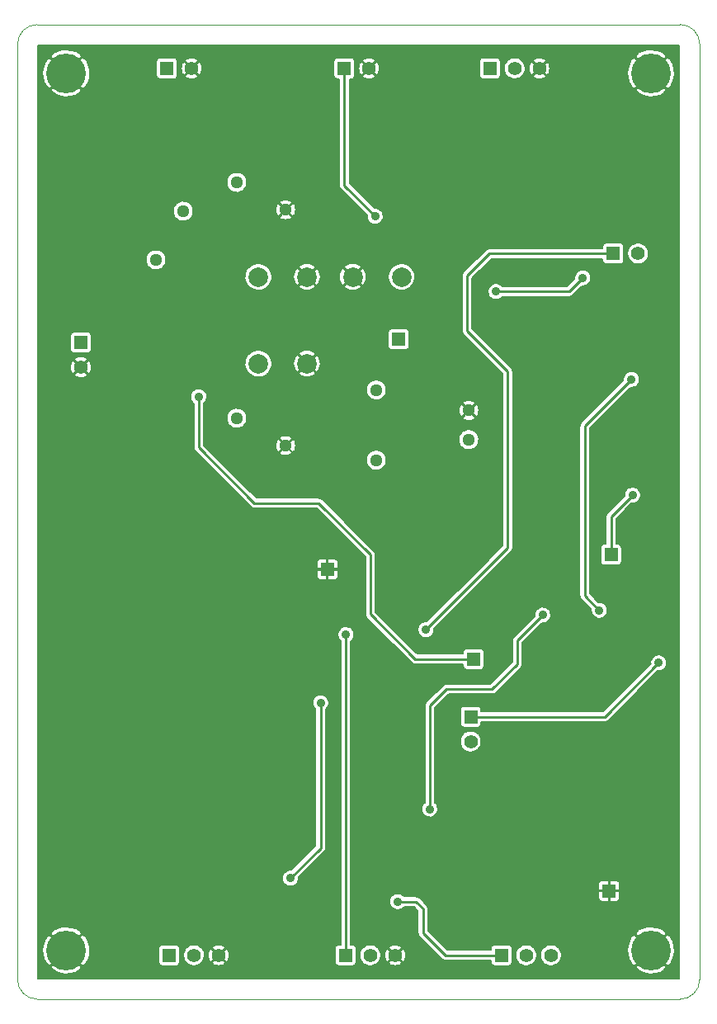
<source format=gbl>
G04 (created by PCBNEW (2013-mar-13)-testing) date Tue 21 May 2013 11:07:50 PM PDT*
%MOIN*%
G04 Gerber Fmt 3.4, Leading zero omitted, Abs format*
%FSLAX34Y34*%
G01*
G70*
G90*
G04 APERTURE LIST*
%ADD10C,0.005906*%
%ADD11C,0.003937*%
%ADD12C,0.078700*%
%ADD13R,0.055000X0.055000*%
%ADD14C,0.055000*%
%ADD15C,0.051200*%
%ADD16C,0.160000*%
%ADD17C,0.035000*%
%ADD18C,0.010000*%
%ADD19C,0.007874*%
G04 APERTURE END LIST*
G54D10*
G54D11*
X66141Y-59055D02*
G75*
G03X66929Y-58267I0J787D01*
G74*
G01*
X39370Y-58267D02*
G75*
G03X40157Y-59055I787J0D01*
G74*
G01*
X66929Y-20472D02*
G75*
G03X66141Y-19685I-787J0D01*
G74*
G01*
X40157Y-19685D02*
G75*
G03X39370Y-20472I0J-787D01*
G74*
G01*
X66141Y-19685D02*
X40157Y-19685D01*
X66929Y-58267D02*
X66929Y-20472D01*
X40157Y-59055D02*
X66141Y-59055D01*
X39370Y-20472D02*
X39370Y-58267D01*
G54D12*
X52913Y-29881D03*
X54881Y-29881D03*
X51062Y-29881D03*
X49094Y-29881D03*
X51062Y-33385D03*
X49094Y-33385D03*
G54D13*
X58448Y-21456D03*
G54D14*
X59448Y-21456D03*
X60448Y-21456D03*
G54D13*
X45496Y-57283D03*
G54D14*
X46496Y-57283D03*
X47496Y-57283D03*
G54D13*
X51889Y-41692D03*
X54763Y-32401D03*
X57795Y-45314D03*
X63346Y-41102D03*
X63267Y-54685D03*
X58921Y-57283D03*
G54D14*
X59921Y-57283D03*
X60921Y-57283D03*
G54D13*
X52622Y-57283D03*
G54D14*
X53622Y-57283D03*
X54622Y-57283D03*
G54D15*
X57598Y-36456D03*
X57598Y-35275D03*
X53858Y-37283D03*
X53858Y-34448D03*
G54D13*
X63437Y-28937D03*
G54D14*
X64437Y-28937D03*
G54D13*
X57677Y-47649D03*
G54D14*
X57677Y-48649D03*
G54D13*
X52570Y-21456D03*
G54D14*
X53570Y-21456D03*
G54D13*
X41929Y-32531D03*
G54D14*
X41929Y-33531D03*
G54D13*
X45405Y-21456D03*
G54D14*
X46405Y-21456D03*
G54D16*
X41338Y-21653D03*
X64960Y-21653D03*
X41338Y-57086D03*
X64960Y-57086D03*
G54D15*
X48228Y-35590D03*
X50197Y-36692D03*
X48228Y-26063D03*
X50197Y-27165D03*
X44960Y-29192D03*
X46062Y-27224D03*
G54D17*
X54724Y-55118D03*
X62874Y-43346D03*
X64173Y-34015D03*
X45039Y-44094D03*
X45039Y-43307D03*
X45039Y-42519D03*
X45039Y-41732D03*
X48425Y-41732D03*
X48425Y-42519D03*
X48425Y-43307D03*
X48425Y-44094D03*
X54921Y-42204D03*
X55866Y-44133D03*
X58700Y-30472D03*
X62204Y-29921D03*
X53818Y-27440D03*
X65275Y-45472D03*
X56023Y-51377D03*
X60590Y-43543D03*
X64212Y-38700D03*
X51614Y-47086D03*
X50393Y-54173D03*
X52637Y-44330D03*
X46692Y-34724D03*
G54D18*
X58921Y-57283D02*
X56653Y-57283D01*
X55472Y-55118D02*
X54724Y-55118D01*
X55748Y-55393D02*
X55472Y-55118D01*
X55748Y-56377D02*
X55748Y-55393D01*
X56653Y-57283D02*
X55748Y-56377D01*
X62283Y-42755D02*
X62874Y-43346D01*
X62283Y-35905D02*
X62283Y-42755D01*
X64173Y-34015D02*
X62283Y-35905D01*
X45039Y-43307D02*
X45039Y-44094D01*
X45039Y-41732D02*
X45039Y-42519D01*
X48425Y-42519D02*
X48425Y-41732D01*
X48425Y-44094D02*
X48425Y-43307D01*
X58425Y-28937D02*
X63437Y-28937D01*
X57519Y-29842D02*
X58425Y-28937D01*
X57519Y-32047D02*
X57519Y-29842D01*
X59173Y-33700D02*
X57519Y-32047D01*
X59173Y-40826D02*
X59173Y-33700D01*
X55866Y-44133D02*
X59173Y-40826D01*
X61653Y-30472D02*
X58700Y-30472D01*
X62204Y-29921D02*
X61653Y-30472D01*
X52570Y-21456D02*
X52570Y-26192D01*
X52570Y-26192D02*
X53818Y-27440D01*
X57677Y-47649D02*
X63098Y-47649D01*
X63098Y-47649D02*
X65275Y-45472D01*
X56023Y-47204D02*
X56023Y-51377D01*
X56692Y-46535D02*
X56023Y-47204D01*
X58543Y-46535D02*
X56692Y-46535D01*
X59566Y-45511D02*
X58543Y-46535D01*
X59566Y-44566D02*
X59566Y-45511D01*
X60590Y-43543D02*
X59566Y-44566D01*
X63346Y-41102D02*
X63346Y-39566D01*
X63346Y-39566D02*
X64212Y-38700D01*
X51614Y-52952D02*
X51614Y-47086D01*
X50393Y-54173D02*
X51614Y-52952D01*
X52622Y-57283D02*
X52622Y-44346D01*
X52622Y-44346D02*
X52637Y-44330D01*
X57795Y-45314D02*
X55433Y-45314D01*
X46692Y-36771D02*
X46692Y-34724D01*
X48937Y-39015D02*
X46692Y-36771D01*
X51535Y-39015D02*
X48937Y-39015D01*
X53622Y-41102D02*
X51535Y-39015D01*
X53622Y-43503D02*
X53622Y-41102D01*
X55433Y-45314D02*
X53622Y-43503D01*
G54D10*
G36*
X66102Y-58228D02*
X65922Y-58228D01*
X65922Y-57104D01*
X65922Y-21671D01*
X65907Y-21483D01*
X65856Y-21302D01*
X65770Y-21134D01*
X65750Y-21104D01*
X65626Y-21015D01*
X65599Y-21042D01*
X65599Y-20987D01*
X65510Y-20863D01*
X65345Y-20771D01*
X65166Y-20713D01*
X64978Y-20691D01*
X64790Y-20706D01*
X64609Y-20757D01*
X64441Y-20843D01*
X64411Y-20863D01*
X64322Y-20987D01*
X64960Y-21625D01*
X65599Y-20987D01*
X65599Y-21042D01*
X64988Y-21653D01*
X65626Y-22291D01*
X65750Y-22203D01*
X65842Y-22038D01*
X65900Y-21858D01*
X65922Y-21671D01*
X65922Y-57104D01*
X65907Y-56916D01*
X65856Y-56735D01*
X65770Y-56567D01*
X65750Y-56537D01*
X65626Y-56448D01*
X65608Y-56466D01*
X65608Y-45439D01*
X65599Y-45394D01*
X65599Y-22319D01*
X64960Y-21681D01*
X64932Y-21709D01*
X64932Y-21653D01*
X64294Y-21015D01*
X64170Y-21104D01*
X64078Y-21268D01*
X64020Y-21448D01*
X63998Y-21635D01*
X64013Y-21823D01*
X64064Y-22004D01*
X64150Y-22172D01*
X64170Y-22203D01*
X64294Y-22291D01*
X64932Y-21653D01*
X64932Y-21709D01*
X64322Y-22319D01*
X64411Y-22443D01*
X64575Y-22535D01*
X64755Y-22593D01*
X64942Y-22615D01*
X65130Y-22600D01*
X65312Y-22549D01*
X65480Y-22463D01*
X65510Y-22443D01*
X65599Y-22319D01*
X65599Y-45394D01*
X65595Y-45375D01*
X65570Y-45315D01*
X65534Y-45261D01*
X65488Y-45215D01*
X65434Y-45178D01*
X65374Y-45153D01*
X65310Y-45140D01*
X65245Y-45139D01*
X65181Y-45151D01*
X65120Y-45176D01*
X65066Y-45212D01*
X65019Y-45257D01*
X64982Y-45311D01*
X64957Y-45371D01*
X64943Y-45435D01*
X64942Y-45500D01*
X64944Y-45510D01*
X64869Y-45585D01*
X64869Y-28894D01*
X64853Y-28811D01*
X64820Y-28732D01*
X64773Y-28662D01*
X64714Y-28602D01*
X64643Y-28554D01*
X64565Y-28521D01*
X64482Y-28504D01*
X64397Y-28504D01*
X64314Y-28520D01*
X64235Y-28551D01*
X64164Y-28598D01*
X64104Y-28657D01*
X64056Y-28727D01*
X64022Y-28805D01*
X64005Y-28888D01*
X64003Y-28973D01*
X64019Y-29056D01*
X64050Y-29135D01*
X64096Y-29206D01*
X64155Y-29267D01*
X64224Y-29316D01*
X64302Y-29350D01*
X64385Y-29368D01*
X64470Y-29370D01*
X64553Y-29355D01*
X64632Y-29324D01*
X64704Y-29279D01*
X64765Y-29220D01*
X64814Y-29151D01*
X64849Y-29074D01*
X64868Y-28991D01*
X64869Y-28894D01*
X64869Y-45585D01*
X64545Y-45909D01*
X64545Y-38668D01*
X64532Y-38604D01*
X64507Y-38543D01*
X64505Y-38541D01*
X64505Y-33983D01*
X64493Y-33919D01*
X64468Y-33858D01*
X64432Y-33804D01*
X64386Y-33758D01*
X64332Y-33721D01*
X64272Y-33696D01*
X64208Y-33683D01*
X64142Y-33683D01*
X64078Y-33695D01*
X64018Y-33719D01*
X63963Y-33755D01*
X63917Y-33800D01*
X63880Y-33854D01*
X63869Y-33880D01*
X63869Y-29227D01*
X63869Y-29196D01*
X63869Y-28646D01*
X63863Y-28616D01*
X63851Y-28587D01*
X63834Y-28561D01*
X63812Y-28539D01*
X63786Y-28522D01*
X63757Y-28510D01*
X63727Y-28504D01*
X63696Y-28504D01*
X63146Y-28504D01*
X63116Y-28510D01*
X63087Y-28522D01*
X63061Y-28539D01*
X63039Y-28561D01*
X63022Y-28587D01*
X63010Y-28616D01*
X63004Y-28646D01*
X63004Y-28677D01*
X63004Y-28729D01*
X60883Y-28729D01*
X60883Y-21454D01*
X60874Y-21369D01*
X60849Y-21287D01*
X60811Y-21217D01*
X60741Y-21191D01*
X60714Y-21219D01*
X60714Y-21163D01*
X60688Y-21093D01*
X60612Y-21054D01*
X60531Y-21029D01*
X60446Y-21022D01*
X60361Y-21030D01*
X60280Y-21056D01*
X60209Y-21093D01*
X60183Y-21163D01*
X60448Y-21428D01*
X60714Y-21163D01*
X60714Y-21219D01*
X60476Y-21456D01*
X60741Y-21721D01*
X60811Y-21695D01*
X60851Y-21620D01*
X60875Y-21538D01*
X60883Y-21454D01*
X60883Y-28729D01*
X60714Y-28729D01*
X60714Y-21749D01*
X60448Y-21484D01*
X60420Y-21512D01*
X60420Y-21456D01*
X60155Y-21191D01*
X60086Y-21217D01*
X60046Y-21292D01*
X60022Y-21374D01*
X60014Y-21459D01*
X60023Y-21544D01*
X60048Y-21625D01*
X60086Y-21695D01*
X60155Y-21721D01*
X60420Y-21456D01*
X60420Y-21512D01*
X60183Y-21749D01*
X60209Y-21819D01*
X60284Y-21859D01*
X60366Y-21883D01*
X60451Y-21891D01*
X60536Y-21882D01*
X60617Y-21857D01*
X60688Y-21819D01*
X60714Y-21749D01*
X60714Y-28729D01*
X59881Y-28729D01*
X59881Y-21414D01*
X59864Y-21331D01*
X59832Y-21252D01*
X59785Y-21182D01*
X59725Y-21121D01*
X59655Y-21074D01*
X59577Y-21041D01*
X59494Y-21024D01*
X59409Y-21023D01*
X59326Y-21039D01*
X59247Y-21071D01*
X59176Y-21118D01*
X59115Y-21177D01*
X59068Y-21247D01*
X59034Y-21325D01*
X59016Y-21408D01*
X59015Y-21493D01*
X59031Y-21576D01*
X59062Y-21655D01*
X59108Y-21726D01*
X59167Y-21787D01*
X59236Y-21836D01*
X59314Y-21869D01*
X59397Y-21888D01*
X59482Y-21889D01*
X59565Y-21875D01*
X59644Y-21844D01*
X59716Y-21799D01*
X59777Y-21740D01*
X59826Y-21671D01*
X59861Y-21593D01*
X59879Y-21511D01*
X59881Y-21414D01*
X59881Y-28729D01*
X58881Y-28729D01*
X58881Y-21747D01*
X58881Y-21716D01*
X58881Y-21166D01*
X58875Y-21135D01*
X58863Y-21107D01*
X58846Y-21081D01*
X58824Y-21059D01*
X58798Y-21042D01*
X58769Y-21030D01*
X58739Y-21024D01*
X58708Y-21024D01*
X58158Y-21024D01*
X58127Y-21030D01*
X58099Y-21042D01*
X58073Y-21059D01*
X58051Y-21081D01*
X58034Y-21107D01*
X58022Y-21135D01*
X58016Y-21166D01*
X58016Y-21197D01*
X58016Y-21747D01*
X58022Y-21777D01*
X58034Y-21806D01*
X58051Y-21832D01*
X58073Y-21854D01*
X58099Y-21871D01*
X58127Y-21883D01*
X58158Y-21889D01*
X58189Y-21889D01*
X58739Y-21889D01*
X58769Y-21883D01*
X58798Y-21871D01*
X58824Y-21854D01*
X58846Y-21832D01*
X58863Y-21806D01*
X58875Y-21777D01*
X58881Y-21747D01*
X58881Y-28729D01*
X58425Y-28729D01*
X58406Y-28731D01*
X58387Y-28733D01*
X58385Y-28733D01*
X58384Y-28733D01*
X58366Y-28739D01*
X58348Y-28744D01*
X58347Y-28744D01*
X58346Y-28745D01*
X58329Y-28754D01*
X58312Y-28763D01*
X58311Y-28763D01*
X58310Y-28764D01*
X58295Y-28776D01*
X58280Y-28788D01*
X58279Y-28789D01*
X58278Y-28789D01*
X58278Y-28789D01*
X58278Y-28790D01*
X57372Y-29695D01*
X57360Y-29710D01*
X57348Y-29725D01*
X57347Y-29726D01*
X57347Y-29727D01*
X57338Y-29743D01*
X57328Y-29760D01*
X57328Y-29761D01*
X57328Y-29762D01*
X57322Y-29781D01*
X57316Y-29799D01*
X57316Y-29800D01*
X57316Y-29801D01*
X57314Y-29820D01*
X57312Y-29839D01*
X57312Y-29841D01*
X57312Y-29841D01*
X57312Y-29841D01*
X57312Y-29842D01*
X57312Y-32047D01*
X57314Y-32066D01*
X57315Y-32085D01*
X57316Y-32086D01*
X57316Y-32087D01*
X57321Y-32105D01*
X57327Y-32124D01*
X57327Y-32125D01*
X57327Y-32126D01*
X57336Y-32143D01*
X57345Y-32160D01*
X57346Y-32161D01*
X57346Y-32162D01*
X57358Y-32176D01*
X57370Y-32191D01*
X57372Y-32193D01*
X57372Y-32193D01*
X57372Y-32193D01*
X57372Y-32193D01*
X58965Y-33786D01*
X58965Y-40740D01*
X58013Y-41692D01*
X58013Y-35272D01*
X58005Y-35191D01*
X57980Y-35113D01*
X57945Y-35047D01*
X57877Y-35023D01*
X57850Y-35051D01*
X57850Y-34996D01*
X57826Y-34928D01*
X57754Y-34890D01*
X57676Y-34867D01*
X57595Y-34860D01*
X57514Y-34868D01*
X57436Y-34893D01*
X57370Y-34928D01*
X57346Y-34996D01*
X57598Y-35247D01*
X57850Y-34996D01*
X57850Y-35051D01*
X57626Y-35275D01*
X57877Y-35527D01*
X57945Y-35503D01*
X57983Y-35431D01*
X58006Y-35353D01*
X58013Y-35272D01*
X58013Y-41692D01*
X58011Y-41694D01*
X58011Y-36416D01*
X57996Y-36336D01*
X57965Y-36261D01*
X57920Y-36194D01*
X57863Y-36136D01*
X57850Y-36127D01*
X57850Y-35555D01*
X57598Y-35303D01*
X57570Y-35331D01*
X57570Y-35275D01*
X57318Y-35023D01*
X57251Y-35047D01*
X57213Y-35119D01*
X57190Y-35197D01*
X57182Y-35278D01*
X57191Y-35359D01*
X57215Y-35437D01*
X57251Y-35503D01*
X57318Y-35527D01*
X57570Y-35275D01*
X57570Y-35331D01*
X57346Y-35555D01*
X57370Y-35622D01*
X57442Y-35660D01*
X57520Y-35683D01*
X57601Y-35691D01*
X57682Y-35682D01*
X57760Y-35658D01*
X57826Y-35622D01*
X57850Y-35555D01*
X57850Y-36127D01*
X57796Y-36091D01*
X57721Y-36059D01*
X57641Y-36043D01*
X57560Y-36042D01*
X57481Y-36058D01*
X57405Y-36088D01*
X57338Y-36132D01*
X57280Y-36189D01*
X57234Y-36256D01*
X57202Y-36331D01*
X57185Y-36410D01*
X57184Y-36491D01*
X57199Y-36571D01*
X57228Y-36646D01*
X57272Y-36714D01*
X57329Y-36773D01*
X57395Y-36819D01*
X57470Y-36851D01*
X57549Y-36869D01*
X57630Y-36870D01*
X57710Y-36856D01*
X57785Y-36827D01*
X57854Y-36784D01*
X57912Y-36728D01*
X57959Y-36661D01*
X57992Y-36587D01*
X58010Y-36508D01*
X58011Y-36416D01*
X58011Y-41694D01*
X55904Y-43802D01*
X55901Y-43801D01*
X55835Y-43801D01*
X55771Y-43813D01*
X55711Y-43837D01*
X55656Y-43873D01*
X55610Y-43919D01*
X55573Y-43972D01*
X55547Y-44032D01*
X55534Y-44096D01*
X55533Y-44161D01*
X55544Y-44225D01*
X55568Y-44286D01*
X55604Y-44341D01*
X55649Y-44388D01*
X55703Y-44425D01*
X55762Y-44451D01*
X55826Y-44465D01*
X55891Y-44466D01*
X55955Y-44455D01*
X56016Y-44432D01*
X56071Y-44397D01*
X56119Y-44352D01*
X56156Y-44298D01*
X56183Y-44239D01*
X56197Y-44175D01*
X56198Y-44101D01*
X56197Y-44095D01*
X59319Y-40973D01*
X59332Y-40958D01*
X59344Y-40943D01*
X59344Y-40943D01*
X59345Y-40942D01*
X59354Y-40925D01*
X59363Y-40908D01*
X59364Y-40907D01*
X59364Y-40906D01*
X59370Y-40888D01*
X59376Y-40869D01*
X59376Y-40868D01*
X59376Y-40867D01*
X59378Y-40848D01*
X59380Y-40829D01*
X59380Y-40827D01*
X59380Y-40827D01*
X59380Y-40827D01*
X59380Y-40826D01*
X59380Y-33700D01*
X59378Y-33681D01*
X59377Y-33662D01*
X59376Y-33661D01*
X59376Y-33660D01*
X59371Y-33642D01*
X59365Y-33623D01*
X59365Y-33622D01*
X59365Y-33621D01*
X59356Y-33604D01*
X59347Y-33587D01*
X59346Y-33586D01*
X59346Y-33585D01*
X59333Y-33571D01*
X59321Y-33556D01*
X59320Y-33554D01*
X59320Y-33554D01*
X59320Y-33554D01*
X59319Y-33554D01*
X57727Y-31961D01*
X57727Y-29928D01*
X58511Y-29144D01*
X63004Y-29144D01*
X63004Y-29227D01*
X63010Y-29257D01*
X63022Y-29286D01*
X63039Y-29312D01*
X63061Y-29334D01*
X63087Y-29351D01*
X63116Y-29363D01*
X63146Y-29369D01*
X63177Y-29369D01*
X63727Y-29369D01*
X63757Y-29363D01*
X63786Y-29351D01*
X63812Y-29334D01*
X63834Y-29312D01*
X63851Y-29286D01*
X63863Y-29257D01*
X63869Y-29227D01*
X63869Y-33880D01*
X63854Y-33914D01*
X63841Y-33978D01*
X63840Y-34043D01*
X63842Y-34053D01*
X62537Y-35358D01*
X62537Y-29888D01*
X62524Y-29824D01*
X62499Y-29764D01*
X62463Y-29710D01*
X62417Y-29663D01*
X62363Y-29627D01*
X62303Y-29602D01*
X62239Y-29589D01*
X62174Y-29588D01*
X62110Y-29600D01*
X62049Y-29625D01*
X61995Y-29660D01*
X61948Y-29706D01*
X61911Y-29760D01*
X61886Y-29820D01*
X61872Y-29884D01*
X61871Y-29949D01*
X61873Y-29958D01*
X61567Y-30264D01*
X58962Y-30264D01*
X58959Y-30261D01*
X58913Y-30215D01*
X58859Y-30178D01*
X58799Y-30153D01*
X58735Y-30140D01*
X58670Y-30139D01*
X58606Y-30151D01*
X58546Y-30176D01*
X58491Y-30212D01*
X58444Y-30257D01*
X58408Y-30311D01*
X58382Y-30371D01*
X58368Y-30435D01*
X58367Y-30500D01*
X58379Y-30564D01*
X58403Y-30625D01*
X58438Y-30679D01*
X58484Y-30726D01*
X58537Y-30764D01*
X58597Y-30790D01*
X58661Y-30804D01*
X58726Y-30805D01*
X58790Y-30794D01*
X58851Y-30770D01*
X58906Y-30735D01*
X58953Y-30690D01*
X58961Y-30679D01*
X61653Y-30679D01*
X61672Y-30678D01*
X61691Y-30676D01*
X61692Y-30676D01*
X61693Y-30675D01*
X61712Y-30670D01*
X61730Y-30665D01*
X61731Y-30664D01*
X61732Y-30664D01*
X61749Y-30655D01*
X61766Y-30646D01*
X61767Y-30645D01*
X61768Y-30645D01*
X61783Y-30633D01*
X61798Y-30621D01*
X61799Y-30619D01*
X61799Y-30619D01*
X61799Y-30619D01*
X61800Y-30619D01*
X62166Y-30253D01*
X62230Y-30254D01*
X62294Y-30243D01*
X62355Y-30219D01*
X62410Y-30184D01*
X62457Y-30139D01*
X62495Y-30086D01*
X62521Y-30026D01*
X62536Y-29963D01*
X62537Y-29888D01*
X62537Y-35358D01*
X62136Y-35758D01*
X62124Y-35773D01*
X62112Y-35788D01*
X62111Y-35789D01*
X62111Y-35790D01*
X62101Y-35806D01*
X62092Y-35823D01*
X62092Y-35824D01*
X62091Y-35825D01*
X62086Y-35844D01*
X62080Y-35862D01*
X62080Y-35863D01*
X62080Y-35864D01*
X62078Y-35883D01*
X62076Y-35902D01*
X62075Y-35904D01*
X62075Y-35904D01*
X62075Y-35904D01*
X62075Y-35905D01*
X62075Y-42755D01*
X62077Y-42774D01*
X62079Y-42794D01*
X62079Y-42795D01*
X62079Y-42796D01*
X62085Y-42814D01*
X62090Y-42832D01*
X62091Y-42833D01*
X62091Y-42834D01*
X62100Y-42851D01*
X62109Y-42868D01*
X62110Y-42869D01*
X62110Y-42870D01*
X62122Y-42885D01*
X62134Y-42900D01*
X62136Y-42902D01*
X62136Y-42902D01*
X62136Y-42902D01*
X62136Y-42902D01*
X62542Y-43308D01*
X62542Y-43309D01*
X62541Y-43374D01*
X62552Y-43438D01*
X62576Y-43499D01*
X62612Y-43553D01*
X62657Y-43600D01*
X62711Y-43638D01*
X62770Y-43664D01*
X62834Y-43678D01*
X62899Y-43679D01*
X62963Y-43668D01*
X63024Y-43644D01*
X63079Y-43609D01*
X63126Y-43564D01*
X63164Y-43511D01*
X63191Y-43451D01*
X63205Y-43388D01*
X63206Y-43313D01*
X63193Y-43249D01*
X63168Y-43189D01*
X63132Y-43135D01*
X63086Y-43089D01*
X63032Y-43052D01*
X62972Y-43027D01*
X62908Y-43014D01*
X62843Y-43013D01*
X62836Y-43015D01*
X62490Y-42669D01*
X62490Y-35991D01*
X64134Y-34347D01*
X64198Y-34348D01*
X64263Y-34337D01*
X64323Y-34313D01*
X64378Y-34279D01*
X64426Y-34234D01*
X64463Y-34180D01*
X64490Y-34121D01*
X64504Y-34057D01*
X64505Y-33983D01*
X64505Y-38541D01*
X64471Y-38489D01*
X64425Y-38443D01*
X64371Y-38406D01*
X64311Y-38381D01*
X64247Y-38368D01*
X64182Y-38368D01*
X64118Y-38380D01*
X64057Y-38404D01*
X64003Y-38440D01*
X63956Y-38486D01*
X63919Y-38539D01*
X63894Y-38599D01*
X63880Y-38663D01*
X63879Y-38728D01*
X63881Y-38738D01*
X63199Y-39420D01*
X63187Y-39435D01*
X63175Y-39449D01*
X63174Y-39450D01*
X63174Y-39451D01*
X63164Y-39468D01*
X63155Y-39485D01*
X63155Y-39486D01*
X63154Y-39487D01*
X63149Y-39505D01*
X63143Y-39523D01*
X63143Y-39524D01*
X63143Y-39525D01*
X63141Y-39544D01*
X63138Y-39564D01*
X63138Y-39566D01*
X63138Y-39566D01*
X63138Y-39566D01*
X63138Y-39566D01*
X63138Y-40669D01*
X63055Y-40669D01*
X63025Y-40675D01*
X62996Y-40687D01*
X62971Y-40705D01*
X62949Y-40726D01*
X62931Y-40752D01*
X62920Y-40781D01*
X62913Y-40811D01*
X62913Y-40842D01*
X62913Y-41392D01*
X62920Y-41423D01*
X62931Y-41451D01*
X62949Y-41477D01*
X62971Y-41499D01*
X62996Y-41516D01*
X63025Y-41528D01*
X63055Y-41534D01*
X63086Y-41534D01*
X63636Y-41534D01*
X63667Y-41528D01*
X63696Y-41516D01*
X63721Y-41499D01*
X63743Y-41477D01*
X63761Y-41451D01*
X63772Y-41423D01*
X63778Y-41392D01*
X63778Y-41361D01*
X63778Y-40811D01*
X63772Y-40781D01*
X63761Y-40752D01*
X63743Y-40726D01*
X63721Y-40705D01*
X63696Y-40687D01*
X63667Y-40675D01*
X63636Y-40669D01*
X63605Y-40669D01*
X63553Y-40669D01*
X63553Y-39652D01*
X64174Y-39032D01*
X64238Y-39033D01*
X64302Y-39022D01*
X64363Y-38998D01*
X64418Y-38964D01*
X64465Y-38919D01*
X64503Y-38865D01*
X64529Y-38806D01*
X64544Y-38742D01*
X64545Y-38668D01*
X64545Y-45909D01*
X63012Y-47442D01*
X60923Y-47442D01*
X60923Y-43510D01*
X60910Y-43446D01*
X60885Y-43386D01*
X60849Y-43332D01*
X60803Y-43285D01*
X60749Y-43249D01*
X60689Y-43224D01*
X60625Y-43211D01*
X60560Y-43210D01*
X60496Y-43222D01*
X60435Y-43247D01*
X60381Y-43282D01*
X60334Y-43328D01*
X60297Y-43382D01*
X60272Y-43442D01*
X60258Y-43506D01*
X60257Y-43571D01*
X60259Y-43581D01*
X59420Y-44420D01*
X59408Y-44435D01*
X59395Y-44449D01*
X59395Y-44450D01*
X59394Y-44451D01*
X59385Y-44468D01*
X59376Y-44485D01*
X59375Y-44486D01*
X59375Y-44487D01*
X59369Y-44505D01*
X59363Y-44523D01*
X59363Y-44524D01*
X59363Y-44525D01*
X59361Y-44544D01*
X59359Y-44564D01*
X59359Y-44566D01*
X59359Y-44566D01*
X59359Y-44566D01*
X59359Y-44566D01*
X59359Y-45425D01*
X58457Y-46327D01*
X58227Y-46327D01*
X58227Y-45605D01*
X58227Y-45574D01*
X58227Y-45024D01*
X58221Y-44994D01*
X58209Y-44965D01*
X58192Y-44939D01*
X58170Y-44917D01*
X58144Y-44900D01*
X58116Y-44888D01*
X58085Y-44882D01*
X58054Y-44882D01*
X57504Y-44882D01*
X57474Y-44888D01*
X57445Y-44900D01*
X57419Y-44917D01*
X57397Y-44939D01*
X57380Y-44965D01*
X57368Y-44994D01*
X57362Y-45024D01*
X57362Y-45055D01*
X57362Y-45107D01*
X55519Y-45107D01*
X55432Y-45021D01*
X55432Y-29827D01*
X55411Y-29721D01*
X55370Y-29621D01*
X55310Y-29531D01*
X55234Y-29455D01*
X55144Y-29394D01*
X55045Y-29353D01*
X54939Y-29331D01*
X54831Y-29330D01*
X54725Y-29350D01*
X54625Y-29391D01*
X54534Y-29450D01*
X54457Y-29526D01*
X54396Y-29615D01*
X54353Y-29714D01*
X54331Y-29820D01*
X54329Y-29928D01*
X54349Y-30034D01*
X54389Y-30134D01*
X54447Y-30225D01*
X54522Y-30303D01*
X54611Y-30365D01*
X54710Y-30408D01*
X54816Y-30431D01*
X54924Y-30433D01*
X55030Y-30415D01*
X55131Y-30376D01*
X55222Y-30318D01*
X55300Y-30243D01*
X55363Y-30155D01*
X55406Y-30056D01*
X55430Y-29951D01*
X55432Y-29827D01*
X55432Y-45021D01*
X55196Y-44784D01*
X55196Y-32692D01*
X55196Y-32661D01*
X55196Y-32111D01*
X55190Y-32080D01*
X55178Y-32051D01*
X55161Y-32026D01*
X55139Y-32004D01*
X55113Y-31987D01*
X55084Y-31975D01*
X55054Y-31969D01*
X55023Y-31969D01*
X54473Y-31969D01*
X54442Y-31975D01*
X54414Y-31987D01*
X54388Y-32004D01*
X54366Y-32026D01*
X54349Y-32051D01*
X54337Y-32080D01*
X54331Y-32111D01*
X54331Y-32142D01*
X54331Y-32692D01*
X54337Y-32722D01*
X54349Y-32751D01*
X54366Y-32776D01*
X54388Y-32798D01*
X54414Y-32816D01*
X54442Y-32828D01*
X54473Y-32834D01*
X54504Y-32834D01*
X55054Y-32834D01*
X55084Y-32828D01*
X55113Y-32816D01*
X55139Y-32798D01*
X55161Y-32776D01*
X55178Y-32751D01*
X55190Y-32722D01*
X55196Y-32692D01*
X55196Y-44784D01*
X54271Y-43860D01*
X54271Y-37242D01*
X54271Y-34408D01*
X54256Y-34328D01*
X54225Y-34253D01*
X54180Y-34186D01*
X54151Y-34157D01*
X54151Y-27408D01*
X54138Y-27344D01*
X54113Y-27284D01*
X54077Y-27229D01*
X54031Y-27183D01*
X54005Y-27165D01*
X54005Y-21454D01*
X53996Y-21369D01*
X53971Y-21287D01*
X53933Y-21217D01*
X53863Y-21191D01*
X53836Y-21219D01*
X53836Y-21163D01*
X53810Y-21093D01*
X53734Y-21054D01*
X53653Y-21029D01*
X53568Y-21022D01*
X53483Y-21030D01*
X53402Y-21056D01*
X53331Y-21093D01*
X53305Y-21163D01*
X53570Y-21428D01*
X53836Y-21163D01*
X53836Y-21219D01*
X53598Y-21456D01*
X53863Y-21721D01*
X53933Y-21695D01*
X53973Y-21620D01*
X53997Y-21538D01*
X54005Y-21454D01*
X54005Y-27165D01*
X53977Y-27147D01*
X53917Y-27121D01*
X53853Y-27108D01*
X53836Y-27108D01*
X53836Y-21749D01*
X53570Y-21484D01*
X53543Y-21512D01*
X53543Y-21456D01*
X53277Y-21191D01*
X53208Y-21217D01*
X53168Y-21292D01*
X53144Y-21374D01*
X53136Y-21459D01*
X53145Y-21544D01*
X53170Y-21625D01*
X53208Y-21695D01*
X53277Y-21721D01*
X53543Y-21456D01*
X53543Y-21512D01*
X53305Y-21749D01*
X53331Y-21819D01*
X53406Y-21859D01*
X53488Y-21883D01*
X53573Y-21891D01*
X53658Y-21882D01*
X53739Y-21857D01*
X53810Y-21819D01*
X53836Y-21749D01*
X53836Y-27108D01*
X53788Y-27108D01*
X53781Y-27109D01*
X52778Y-26106D01*
X52778Y-21889D01*
X52861Y-21889D01*
X52891Y-21883D01*
X52920Y-21871D01*
X52946Y-21854D01*
X52968Y-21832D01*
X52985Y-21806D01*
X52997Y-21777D01*
X53003Y-21747D01*
X53003Y-21716D01*
X53003Y-21166D01*
X52997Y-21135D01*
X52985Y-21107D01*
X52968Y-21081D01*
X52946Y-21059D01*
X52920Y-21042D01*
X52891Y-21030D01*
X52861Y-21024D01*
X52830Y-21024D01*
X52280Y-21024D01*
X52249Y-21030D01*
X52221Y-21042D01*
X52195Y-21059D01*
X52173Y-21081D01*
X52156Y-21107D01*
X52144Y-21135D01*
X52138Y-21166D01*
X52138Y-21197D01*
X52138Y-21747D01*
X52144Y-21777D01*
X52156Y-21806D01*
X52173Y-21832D01*
X52195Y-21854D01*
X52221Y-21871D01*
X52249Y-21883D01*
X52280Y-21889D01*
X52311Y-21889D01*
X52363Y-21889D01*
X52363Y-26192D01*
X52365Y-26211D01*
X52366Y-26231D01*
X52367Y-26232D01*
X52367Y-26233D01*
X52372Y-26251D01*
X52378Y-26269D01*
X52378Y-26270D01*
X52379Y-26271D01*
X52388Y-26288D01*
X52396Y-26305D01*
X52397Y-26306D01*
X52398Y-26307D01*
X52410Y-26322D01*
X52422Y-26337D01*
X52423Y-26339D01*
X52423Y-26339D01*
X52423Y-26339D01*
X52424Y-26339D01*
X53487Y-27402D01*
X53486Y-27403D01*
X53485Y-27468D01*
X53497Y-27533D01*
X53521Y-27593D01*
X53557Y-27648D01*
X53602Y-27695D01*
X53655Y-27732D01*
X53715Y-27758D01*
X53779Y-27772D01*
X53844Y-27774D01*
X53908Y-27762D01*
X53969Y-27739D01*
X54024Y-27704D01*
X54071Y-27659D01*
X54109Y-27605D01*
X54135Y-27546D01*
X54150Y-27482D01*
X54151Y-27408D01*
X54151Y-34157D01*
X54123Y-34128D01*
X54055Y-34083D01*
X53981Y-34051D01*
X53901Y-34035D01*
X53820Y-34035D01*
X53740Y-34050D01*
X53665Y-34080D01*
X53597Y-34125D01*
X53539Y-34181D01*
X53494Y-34248D01*
X53467Y-34311D01*
X53467Y-29883D01*
X53457Y-29775D01*
X53425Y-29671D01*
X53375Y-29576D01*
X53372Y-29572D01*
X53290Y-29532D01*
X53263Y-29560D01*
X53263Y-29504D01*
X53222Y-29422D01*
X53127Y-29371D01*
X53023Y-29339D01*
X52915Y-29328D01*
X52807Y-29338D01*
X52703Y-29369D01*
X52607Y-29420D01*
X52604Y-29422D01*
X52564Y-29504D01*
X52913Y-29854D01*
X53263Y-29504D01*
X53263Y-29560D01*
X52941Y-29881D01*
X53290Y-30231D01*
X53372Y-30191D01*
X53424Y-30095D01*
X53456Y-29991D01*
X53467Y-29883D01*
X53467Y-34311D01*
X53462Y-34323D01*
X53445Y-34402D01*
X53444Y-34483D01*
X53458Y-34563D01*
X53488Y-34638D01*
X53532Y-34706D01*
X53588Y-34765D01*
X53655Y-34811D01*
X53729Y-34843D01*
X53809Y-34861D01*
X53890Y-34863D01*
X53969Y-34848D01*
X54045Y-34819D01*
X54114Y-34776D01*
X54172Y-34720D01*
X54219Y-34654D01*
X54252Y-34579D01*
X54270Y-34500D01*
X54271Y-34408D01*
X54271Y-37242D01*
X54256Y-37163D01*
X54225Y-37088D01*
X54180Y-37020D01*
X54123Y-36963D01*
X54055Y-36917D01*
X53981Y-36886D01*
X53901Y-36870D01*
X53820Y-36869D01*
X53740Y-36884D01*
X53665Y-36915D01*
X53597Y-36959D01*
X53539Y-37016D01*
X53494Y-37083D01*
X53462Y-37157D01*
X53445Y-37237D01*
X53444Y-37318D01*
X53458Y-37397D01*
X53488Y-37473D01*
X53532Y-37541D01*
X53588Y-37599D01*
X53655Y-37646D01*
X53729Y-37678D01*
X53809Y-37696D01*
X53890Y-37697D01*
X53969Y-37683D01*
X54045Y-37654D01*
X54114Y-37610D01*
X54172Y-37554D01*
X54219Y-37488D01*
X54252Y-37414D01*
X54270Y-37335D01*
X54271Y-37242D01*
X54271Y-43860D01*
X53829Y-43417D01*
X53829Y-41102D01*
X53827Y-41083D01*
X53825Y-41064D01*
X53825Y-41063D01*
X53825Y-41062D01*
X53820Y-41043D01*
X53814Y-41025D01*
X53814Y-41024D01*
X53813Y-41023D01*
X53804Y-41006D01*
X53796Y-40989D01*
X53795Y-40988D01*
X53794Y-40987D01*
X53782Y-40972D01*
X53770Y-40957D01*
X53769Y-40956D01*
X53769Y-40956D01*
X53769Y-40956D01*
X53768Y-40955D01*
X53263Y-40449D01*
X53263Y-30259D01*
X52913Y-29909D01*
X52885Y-29937D01*
X52885Y-29881D01*
X52536Y-29532D01*
X52454Y-29572D01*
X52402Y-29668D01*
X52371Y-29771D01*
X52359Y-29879D01*
X52370Y-29987D01*
X52401Y-30091D01*
X52452Y-30187D01*
X52454Y-30191D01*
X52536Y-30231D01*
X52885Y-29881D01*
X52885Y-29937D01*
X52564Y-30259D01*
X52604Y-30341D01*
X52699Y-30392D01*
X52803Y-30424D01*
X52911Y-30435D01*
X53019Y-30425D01*
X53123Y-30394D01*
X53219Y-30343D01*
X53222Y-30341D01*
X53263Y-30259D01*
X53263Y-40449D01*
X51682Y-38869D01*
X51667Y-38856D01*
X51652Y-38844D01*
X51651Y-38844D01*
X51650Y-38843D01*
X51633Y-38834D01*
X51617Y-38825D01*
X51616Y-38824D01*
X51616Y-33387D01*
X51616Y-29883D01*
X51606Y-29775D01*
X51575Y-29671D01*
X51524Y-29576D01*
X51521Y-29572D01*
X51440Y-29532D01*
X51412Y-29560D01*
X51412Y-29504D01*
X51372Y-29422D01*
X51276Y-29371D01*
X51172Y-29339D01*
X51064Y-29328D01*
X50956Y-29338D01*
X50852Y-29369D01*
X50756Y-29420D01*
X50753Y-29422D01*
X50713Y-29504D01*
X51062Y-29854D01*
X51412Y-29504D01*
X51412Y-29560D01*
X51090Y-29881D01*
X51440Y-30231D01*
X51521Y-30191D01*
X51573Y-30095D01*
X51605Y-29991D01*
X51616Y-29883D01*
X51616Y-33387D01*
X51606Y-33279D01*
X51575Y-33175D01*
X51524Y-33079D01*
X51521Y-33076D01*
X51440Y-33036D01*
X51412Y-33064D01*
X51412Y-33008D01*
X51412Y-30259D01*
X51062Y-29909D01*
X51034Y-29937D01*
X51034Y-29881D01*
X50685Y-29532D01*
X50612Y-29568D01*
X50612Y-27161D01*
X50603Y-27080D01*
X50579Y-27003D01*
X50544Y-26937D01*
X50476Y-26913D01*
X50448Y-26941D01*
X50448Y-26885D01*
X50425Y-26817D01*
X50352Y-26780D01*
X50274Y-26757D01*
X50193Y-26749D01*
X50112Y-26758D01*
X50034Y-26782D01*
X49969Y-26817D01*
X49945Y-26885D01*
X50197Y-27137D01*
X50448Y-26885D01*
X50448Y-26941D01*
X50224Y-27165D01*
X50476Y-27416D01*
X50544Y-27393D01*
X50582Y-27321D01*
X50605Y-27242D01*
X50612Y-27161D01*
X50612Y-29568D01*
X50603Y-29572D01*
X50552Y-29668D01*
X50520Y-29771D01*
X50509Y-29879D01*
X50519Y-29987D01*
X50550Y-30091D01*
X50601Y-30187D01*
X50603Y-30191D01*
X50685Y-30231D01*
X51034Y-29881D01*
X51034Y-29937D01*
X50713Y-30259D01*
X50753Y-30341D01*
X50848Y-30392D01*
X50952Y-30424D01*
X51060Y-30435D01*
X51168Y-30425D01*
X51272Y-30394D01*
X51368Y-30343D01*
X51372Y-30341D01*
X51412Y-30259D01*
X51412Y-33008D01*
X51372Y-32926D01*
X51276Y-32875D01*
X51172Y-32843D01*
X51064Y-32832D01*
X50956Y-32842D01*
X50852Y-32873D01*
X50756Y-32924D01*
X50753Y-32926D01*
X50713Y-33008D01*
X51062Y-33357D01*
X51412Y-33008D01*
X51412Y-33064D01*
X51090Y-33385D01*
X51440Y-33735D01*
X51521Y-33695D01*
X51573Y-33599D01*
X51605Y-33495D01*
X51616Y-33387D01*
X51616Y-38824D01*
X51616Y-38824D01*
X51615Y-38824D01*
X51596Y-38818D01*
X51578Y-38812D01*
X51577Y-38812D01*
X51576Y-38812D01*
X51557Y-38810D01*
X51538Y-38808D01*
X51536Y-38808D01*
X51536Y-38808D01*
X51536Y-38808D01*
X51535Y-38808D01*
X51412Y-38808D01*
X51412Y-33763D01*
X51062Y-33413D01*
X51034Y-33441D01*
X51034Y-33385D01*
X50685Y-33036D01*
X50603Y-33076D01*
X50552Y-33172D01*
X50520Y-33275D01*
X50509Y-33383D01*
X50519Y-33491D01*
X50550Y-33595D01*
X50601Y-33691D01*
X50603Y-33695D01*
X50685Y-33735D01*
X51034Y-33385D01*
X51034Y-33441D01*
X50713Y-33763D01*
X50753Y-33845D01*
X50848Y-33896D01*
X50952Y-33928D01*
X51060Y-33939D01*
X51168Y-33929D01*
X51272Y-33898D01*
X51368Y-33847D01*
X51372Y-33845D01*
X51412Y-33763D01*
X51412Y-38808D01*
X50612Y-38808D01*
X50612Y-36689D01*
X50603Y-36608D01*
X50579Y-36530D01*
X50544Y-36464D01*
X50476Y-36441D01*
X50448Y-36468D01*
X50448Y-36413D01*
X50448Y-27444D01*
X50197Y-27193D01*
X50169Y-27220D01*
X50169Y-27165D01*
X49917Y-26913D01*
X49849Y-26937D01*
X49811Y-27009D01*
X49788Y-27087D01*
X49781Y-27168D01*
X49790Y-27249D01*
X49814Y-27327D01*
X49849Y-27393D01*
X49917Y-27416D01*
X50169Y-27165D01*
X50169Y-27220D01*
X49945Y-27444D01*
X49969Y-27512D01*
X50041Y-27550D01*
X50119Y-27573D01*
X50200Y-27580D01*
X50281Y-27571D01*
X50359Y-27547D01*
X50425Y-27512D01*
X50448Y-27444D01*
X50448Y-36413D01*
X50425Y-36345D01*
X50352Y-36307D01*
X50274Y-36284D01*
X50193Y-36277D01*
X50112Y-36285D01*
X50034Y-36310D01*
X49969Y-36345D01*
X49945Y-36413D01*
X50197Y-36664D01*
X50448Y-36413D01*
X50448Y-36468D01*
X50224Y-36692D01*
X50476Y-36944D01*
X50544Y-36920D01*
X50582Y-36848D01*
X50605Y-36770D01*
X50612Y-36689D01*
X50612Y-38808D01*
X50448Y-38808D01*
X50448Y-36972D01*
X50197Y-36720D01*
X50169Y-36748D01*
X50169Y-36692D01*
X49917Y-36441D01*
X49849Y-36464D01*
X49811Y-36536D01*
X49788Y-36614D01*
X49781Y-36696D01*
X49790Y-36777D01*
X49814Y-36854D01*
X49849Y-36920D01*
X49917Y-36944D01*
X50169Y-36692D01*
X50169Y-36748D01*
X49945Y-36972D01*
X49969Y-37040D01*
X50041Y-37077D01*
X50119Y-37100D01*
X50200Y-37108D01*
X50281Y-37099D01*
X50359Y-37075D01*
X50425Y-37040D01*
X50448Y-36972D01*
X50448Y-38808D01*
X49645Y-38808D01*
X49645Y-33331D01*
X49645Y-29827D01*
X49624Y-29721D01*
X49583Y-29621D01*
X49523Y-29531D01*
X49447Y-29455D01*
X49358Y-29394D01*
X49258Y-29353D01*
X49152Y-29331D01*
X49044Y-29330D01*
X48938Y-29350D01*
X48838Y-29391D01*
X48747Y-29450D01*
X48670Y-29526D01*
X48641Y-29568D01*
X48641Y-26022D01*
X48625Y-25943D01*
X48594Y-25868D01*
X48550Y-25800D01*
X48492Y-25743D01*
X48425Y-25697D01*
X48350Y-25666D01*
X48271Y-25649D01*
X48190Y-25649D01*
X48110Y-25664D01*
X48035Y-25694D01*
X47967Y-25739D01*
X47909Y-25796D01*
X47864Y-25863D01*
X47832Y-25937D01*
X47815Y-26016D01*
X47814Y-26097D01*
X47828Y-26177D01*
X47858Y-26253D01*
X47902Y-26321D01*
X47958Y-26379D01*
X48025Y-26425D01*
X48099Y-26458D01*
X48178Y-26475D01*
X48259Y-26477D01*
X48339Y-26463D01*
X48415Y-26434D01*
X48483Y-26390D01*
X48542Y-26334D01*
X48589Y-26268D01*
X48622Y-26194D01*
X48640Y-26115D01*
X48641Y-26022D01*
X48641Y-29568D01*
X48609Y-29615D01*
X48567Y-29714D01*
X48544Y-29820D01*
X48543Y-29928D01*
X48562Y-30034D01*
X48602Y-30134D01*
X48660Y-30225D01*
X48735Y-30303D01*
X48824Y-30365D01*
X48923Y-30408D01*
X49029Y-30431D01*
X49137Y-30433D01*
X49243Y-30415D01*
X49344Y-30376D01*
X49435Y-30318D01*
X49513Y-30243D01*
X49576Y-30155D01*
X49620Y-30056D01*
X49644Y-29951D01*
X49645Y-29827D01*
X49645Y-33331D01*
X49624Y-33225D01*
X49583Y-33125D01*
X49523Y-33035D01*
X49447Y-32959D01*
X49358Y-32898D01*
X49258Y-32856D01*
X49152Y-32835D01*
X49044Y-32834D01*
X48938Y-32854D01*
X48838Y-32895D01*
X48747Y-32954D01*
X48670Y-33029D01*
X48609Y-33119D01*
X48567Y-33218D01*
X48544Y-33324D01*
X48543Y-33432D01*
X48562Y-33538D01*
X48602Y-33638D01*
X48660Y-33729D01*
X48735Y-33807D01*
X48824Y-33869D01*
X48923Y-33912D01*
X49029Y-33935D01*
X49137Y-33937D01*
X49243Y-33919D01*
X49344Y-33880D01*
X49435Y-33822D01*
X49513Y-33747D01*
X49576Y-33659D01*
X49620Y-33560D01*
X49644Y-33455D01*
X49645Y-33331D01*
X49645Y-38808D01*
X49022Y-38808D01*
X48641Y-38426D01*
X48641Y-35550D01*
X48625Y-35470D01*
X48594Y-35395D01*
X48550Y-35328D01*
X48492Y-35270D01*
X48425Y-35225D01*
X48350Y-35193D01*
X48271Y-35177D01*
X48190Y-35176D01*
X48110Y-35192D01*
X48035Y-35222D01*
X47967Y-35266D01*
X47909Y-35323D01*
X47864Y-35390D01*
X47832Y-35465D01*
X47815Y-35544D01*
X47814Y-35625D01*
X47828Y-35705D01*
X47858Y-35780D01*
X47902Y-35848D01*
X47958Y-35907D01*
X48025Y-35953D01*
X48099Y-35985D01*
X48178Y-36003D01*
X48259Y-36004D01*
X48339Y-35990D01*
X48415Y-35961D01*
X48483Y-35918D01*
X48542Y-35862D01*
X48589Y-35795D01*
X48622Y-35721D01*
X48640Y-35642D01*
X48641Y-35550D01*
X48641Y-38426D01*
X46900Y-36685D01*
X46900Y-34985D01*
X46945Y-34942D01*
X46983Y-34889D01*
X47009Y-34829D01*
X47024Y-34766D01*
X47025Y-34691D01*
X47012Y-34627D01*
X46987Y-34567D01*
X46951Y-34513D01*
X46905Y-34466D01*
X46851Y-34430D01*
X46840Y-34425D01*
X46840Y-21454D01*
X46831Y-21369D01*
X46805Y-21287D01*
X46768Y-21217D01*
X46698Y-21191D01*
X46670Y-21219D01*
X46670Y-21163D01*
X46644Y-21093D01*
X46569Y-21054D01*
X46487Y-21029D01*
X46402Y-21022D01*
X46318Y-21030D01*
X46236Y-21056D01*
X46166Y-21093D01*
X46140Y-21163D01*
X46405Y-21428D01*
X46670Y-21163D01*
X46670Y-21219D01*
X46433Y-21456D01*
X46698Y-21721D01*
X46768Y-21695D01*
X46808Y-21620D01*
X46832Y-21538D01*
X46840Y-21454D01*
X46840Y-34425D01*
X46791Y-34405D01*
X46727Y-34392D01*
X46670Y-34391D01*
X46670Y-21749D01*
X46405Y-21484D01*
X46377Y-21512D01*
X46377Y-21456D01*
X46112Y-21191D01*
X46042Y-21217D01*
X46003Y-21292D01*
X45978Y-21374D01*
X45970Y-21459D01*
X45979Y-21544D01*
X46005Y-21625D01*
X46042Y-21695D01*
X46112Y-21721D01*
X46377Y-21456D01*
X46377Y-21512D01*
X46140Y-21749D01*
X46166Y-21819D01*
X46241Y-21859D01*
X46323Y-21883D01*
X46408Y-21891D01*
X46492Y-21882D01*
X46574Y-21857D01*
X46644Y-21819D01*
X46670Y-21749D01*
X46670Y-34391D01*
X46662Y-34391D01*
X46598Y-34403D01*
X46538Y-34428D01*
X46483Y-34464D01*
X46476Y-34471D01*
X46476Y-27183D01*
X46460Y-27104D01*
X46429Y-27029D01*
X46384Y-26961D01*
X46327Y-26904D01*
X46260Y-26858D01*
X46185Y-26827D01*
X46106Y-26811D01*
X46025Y-26810D01*
X45945Y-26825D01*
X45870Y-26856D01*
X45837Y-26877D01*
X45837Y-21747D01*
X45837Y-21716D01*
X45837Y-21166D01*
X45831Y-21135D01*
X45820Y-21107D01*
X45802Y-21081D01*
X45780Y-21059D01*
X45755Y-21042D01*
X45726Y-21030D01*
X45696Y-21024D01*
X45665Y-21024D01*
X45115Y-21024D01*
X45084Y-21030D01*
X45055Y-21042D01*
X45030Y-21059D01*
X45008Y-21081D01*
X44990Y-21107D01*
X44979Y-21135D01*
X44973Y-21166D01*
X44973Y-21197D01*
X44973Y-21747D01*
X44979Y-21777D01*
X44990Y-21806D01*
X45008Y-21832D01*
X45030Y-21854D01*
X45055Y-21871D01*
X45084Y-21883D01*
X45115Y-21889D01*
X45146Y-21889D01*
X45696Y-21889D01*
X45726Y-21883D01*
X45755Y-21871D01*
X45780Y-21854D01*
X45802Y-21832D01*
X45820Y-21806D01*
X45831Y-21777D01*
X45837Y-21747D01*
X45837Y-26877D01*
X45802Y-26900D01*
X45744Y-26957D01*
X45698Y-27024D01*
X45666Y-27098D01*
X45649Y-27178D01*
X45648Y-27259D01*
X45663Y-27338D01*
X45693Y-27414D01*
X45737Y-27482D01*
X45793Y-27540D01*
X45860Y-27587D01*
X45934Y-27619D01*
X46013Y-27636D01*
X46094Y-27638D01*
X46174Y-27624D01*
X46250Y-27595D01*
X46318Y-27551D01*
X46377Y-27495D01*
X46424Y-27429D01*
X46457Y-27355D01*
X46475Y-27276D01*
X46476Y-27183D01*
X46476Y-34471D01*
X46436Y-34509D01*
X46400Y-34563D01*
X46374Y-34623D01*
X46360Y-34687D01*
X46359Y-34752D01*
X46371Y-34816D01*
X46395Y-34877D01*
X46431Y-34931D01*
X46476Y-34978D01*
X46485Y-34985D01*
X46485Y-36771D01*
X46487Y-36790D01*
X46488Y-36809D01*
X46489Y-36810D01*
X46489Y-36811D01*
X46494Y-36830D01*
X46500Y-36848D01*
X46500Y-36849D01*
X46501Y-36850D01*
X46510Y-36867D01*
X46518Y-36884D01*
X46519Y-36885D01*
X46520Y-36886D01*
X46532Y-36901D01*
X46544Y-36916D01*
X46545Y-36917D01*
X46545Y-36917D01*
X46545Y-36917D01*
X46546Y-36918D01*
X48790Y-39162D01*
X48805Y-39174D01*
X48819Y-39186D01*
X48820Y-39187D01*
X48821Y-39188D01*
X48838Y-39197D01*
X48855Y-39206D01*
X48856Y-39206D01*
X48857Y-39207D01*
X48875Y-39212D01*
X48893Y-39218D01*
X48894Y-39218D01*
X48895Y-39219D01*
X48915Y-39221D01*
X48934Y-39223D01*
X48936Y-39223D01*
X48936Y-39223D01*
X48936Y-39223D01*
X48937Y-39223D01*
X51449Y-39223D01*
X53414Y-41188D01*
X53414Y-43503D01*
X53416Y-43523D01*
X53418Y-43542D01*
X53418Y-43543D01*
X53418Y-43544D01*
X53424Y-43562D01*
X53429Y-43580D01*
X53429Y-43581D01*
X53430Y-43583D01*
X53439Y-43599D01*
X53448Y-43616D01*
X53448Y-43617D01*
X53449Y-43618D01*
X53461Y-43633D01*
X53473Y-43648D01*
X53474Y-43650D01*
X53474Y-43650D01*
X53474Y-43650D01*
X53475Y-43650D01*
X55286Y-45461D01*
X55301Y-45473D01*
X55315Y-45486D01*
X55316Y-45486D01*
X55317Y-45487D01*
X55334Y-45496D01*
X55351Y-45505D01*
X55352Y-45505D01*
X55353Y-45506D01*
X55371Y-45512D01*
X55389Y-45517D01*
X55391Y-45518D01*
X55392Y-45518D01*
X55411Y-45520D01*
X55430Y-45522D01*
X55432Y-45522D01*
X55432Y-45522D01*
X55432Y-45522D01*
X55433Y-45522D01*
X57362Y-45522D01*
X57362Y-45605D01*
X57368Y-45635D01*
X57380Y-45664D01*
X57397Y-45690D01*
X57419Y-45712D01*
X57445Y-45729D01*
X57474Y-45741D01*
X57504Y-45747D01*
X57535Y-45747D01*
X58085Y-45747D01*
X58116Y-45741D01*
X58144Y-45729D01*
X58170Y-45712D01*
X58192Y-45690D01*
X58209Y-45664D01*
X58221Y-45635D01*
X58227Y-45605D01*
X58227Y-46327D01*
X56692Y-46327D01*
X56673Y-46329D01*
X56654Y-46331D01*
X56653Y-46331D01*
X56652Y-46331D01*
X56634Y-46337D01*
X56615Y-46342D01*
X56614Y-46343D01*
X56613Y-46343D01*
X56596Y-46352D01*
X56579Y-46361D01*
X56579Y-46362D01*
X56578Y-46362D01*
X56563Y-46374D01*
X56548Y-46386D01*
X56546Y-46388D01*
X56546Y-46388D01*
X56546Y-46388D01*
X56546Y-46388D01*
X55876Y-47058D01*
X55864Y-47072D01*
X55852Y-47087D01*
X55851Y-47088D01*
X55851Y-47089D01*
X55842Y-47106D01*
X55832Y-47122D01*
X55832Y-47124D01*
X55832Y-47124D01*
X55826Y-47143D01*
X55820Y-47161D01*
X55820Y-47162D01*
X55820Y-47163D01*
X55818Y-47182D01*
X55816Y-47201D01*
X55816Y-47203D01*
X55816Y-47204D01*
X55816Y-47204D01*
X55816Y-47204D01*
X55816Y-51116D01*
X55814Y-51117D01*
X55767Y-51163D01*
X55730Y-51217D01*
X55705Y-51276D01*
X55691Y-51340D01*
X55690Y-51405D01*
X55702Y-51470D01*
X55726Y-51530D01*
X55761Y-51585D01*
X55807Y-51632D01*
X55860Y-51669D01*
X55920Y-51695D01*
X55984Y-51709D01*
X56049Y-51711D01*
X56113Y-51699D01*
X56174Y-51676D01*
X56229Y-51641D01*
X56276Y-51596D01*
X56314Y-51542D01*
X56340Y-51483D01*
X56355Y-51419D01*
X56356Y-51345D01*
X56343Y-51281D01*
X56318Y-51221D01*
X56282Y-51166D01*
X56236Y-51120D01*
X56231Y-51116D01*
X56231Y-47290D01*
X56778Y-46742D01*
X58543Y-46742D01*
X58562Y-46741D01*
X58581Y-46739D01*
X58582Y-46739D01*
X58583Y-46738D01*
X58601Y-46733D01*
X58620Y-46728D01*
X58621Y-46727D01*
X58622Y-46727D01*
X58639Y-46718D01*
X58656Y-46709D01*
X58657Y-46708D01*
X58658Y-46708D01*
X58672Y-46696D01*
X58687Y-46684D01*
X58689Y-46682D01*
X58689Y-46682D01*
X58689Y-46682D01*
X58690Y-46682D01*
X59713Y-45658D01*
X59725Y-45643D01*
X59738Y-45629D01*
X59738Y-45628D01*
X59739Y-45627D01*
X59748Y-45610D01*
X59757Y-45593D01*
X59757Y-45592D01*
X59758Y-45591D01*
X59764Y-45573D01*
X59769Y-45554D01*
X59769Y-45553D01*
X59770Y-45552D01*
X59772Y-45533D01*
X59774Y-45514D01*
X59774Y-45512D01*
X59774Y-45512D01*
X59774Y-45512D01*
X59774Y-45511D01*
X59774Y-44652D01*
X60552Y-43875D01*
X60616Y-43876D01*
X60680Y-43865D01*
X60741Y-43841D01*
X60796Y-43806D01*
X60843Y-43761D01*
X60881Y-43708D01*
X60907Y-43648D01*
X60922Y-43585D01*
X60923Y-43510D01*
X60923Y-47442D01*
X58109Y-47442D01*
X58109Y-47359D01*
X58103Y-47328D01*
X58091Y-47300D01*
X58074Y-47274D01*
X58052Y-47252D01*
X58026Y-47235D01*
X57998Y-47223D01*
X57967Y-47217D01*
X57936Y-47217D01*
X57386Y-47217D01*
X57356Y-47223D01*
X57327Y-47235D01*
X57301Y-47252D01*
X57279Y-47274D01*
X57262Y-47300D01*
X57250Y-47328D01*
X57244Y-47359D01*
X57244Y-47390D01*
X57244Y-47940D01*
X57250Y-47970D01*
X57262Y-47999D01*
X57279Y-48024D01*
X57301Y-48046D01*
X57327Y-48064D01*
X57356Y-48076D01*
X57386Y-48082D01*
X57417Y-48082D01*
X57967Y-48082D01*
X57998Y-48076D01*
X58026Y-48064D01*
X58052Y-48046D01*
X58074Y-48024D01*
X58091Y-47999D01*
X58103Y-47970D01*
X58109Y-47940D01*
X58109Y-47909D01*
X58109Y-47857D01*
X63098Y-47857D01*
X63117Y-47855D01*
X63136Y-47853D01*
X63137Y-47853D01*
X63138Y-47853D01*
X63157Y-47847D01*
X63175Y-47842D01*
X63176Y-47841D01*
X63177Y-47841D01*
X63194Y-47832D01*
X63211Y-47823D01*
X63212Y-47822D01*
X63213Y-47822D01*
X63228Y-47810D01*
X63243Y-47798D01*
X63244Y-47796D01*
X63244Y-47796D01*
X63244Y-47796D01*
X63245Y-47796D01*
X65237Y-45804D01*
X65301Y-45805D01*
X65365Y-45794D01*
X65426Y-45770D01*
X65481Y-45735D01*
X65528Y-45690D01*
X65566Y-45637D01*
X65592Y-45577D01*
X65607Y-45514D01*
X65608Y-45439D01*
X65608Y-56466D01*
X65599Y-56476D01*
X65599Y-56420D01*
X65510Y-56296D01*
X65345Y-56204D01*
X65166Y-56146D01*
X64978Y-56124D01*
X64790Y-56139D01*
X64609Y-56190D01*
X64441Y-56276D01*
X64411Y-56296D01*
X64322Y-56420D01*
X64960Y-57058D01*
X65599Y-56420D01*
X65599Y-56476D01*
X64988Y-57086D01*
X65626Y-57725D01*
X65750Y-57636D01*
X65842Y-57471D01*
X65900Y-57292D01*
X65922Y-57104D01*
X65922Y-58228D01*
X65599Y-58228D01*
X65599Y-57752D01*
X64960Y-57114D01*
X64932Y-57142D01*
X64932Y-57086D01*
X64294Y-56448D01*
X64170Y-56537D01*
X64078Y-56701D01*
X64020Y-56881D01*
X63998Y-57068D01*
X64013Y-57256D01*
X64064Y-57438D01*
X64150Y-57605D01*
X64170Y-57636D01*
X64294Y-57725D01*
X64932Y-57086D01*
X64932Y-57142D01*
X64322Y-57752D01*
X64411Y-57876D01*
X64575Y-57968D01*
X64755Y-58026D01*
X64942Y-58048D01*
X65130Y-58033D01*
X65312Y-57982D01*
X65480Y-57896D01*
X65510Y-57876D01*
X65599Y-57752D01*
X65599Y-58228D01*
X63700Y-58228D01*
X63700Y-54975D01*
X63700Y-54944D01*
X63700Y-54744D01*
X63700Y-54625D01*
X63700Y-54425D01*
X63700Y-54394D01*
X63694Y-54364D01*
X63682Y-54335D01*
X63665Y-54309D01*
X63643Y-54287D01*
X63617Y-54270D01*
X63588Y-54258D01*
X63558Y-54252D01*
X63326Y-54252D01*
X63287Y-54291D01*
X63287Y-54665D01*
X63660Y-54665D01*
X63700Y-54625D01*
X63700Y-54744D01*
X63660Y-54704D01*
X63287Y-54704D01*
X63287Y-55078D01*
X63326Y-55117D01*
X63558Y-55117D01*
X63588Y-55111D01*
X63617Y-55099D01*
X63643Y-55082D01*
X63665Y-55060D01*
X63682Y-55034D01*
X63694Y-55005D01*
X63700Y-54975D01*
X63700Y-58228D01*
X63248Y-58228D01*
X63248Y-55078D01*
X63248Y-54704D01*
X63248Y-54665D01*
X63248Y-54291D01*
X63208Y-54252D01*
X62977Y-54252D01*
X62946Y-54258D01*
X62918Y-54270D01*
X62892Y-54287D01*
X62870Y-54309D01*
X62853Y-54335D01*
X62841Y-54364D01*
X62835Y-54394D01*
X62835Y-54425D01*
X62835Y-54625D01*
X62874Y-54665D01*
X63248Y-54665D01*
X63248Y-54704D01*
X62874Y-54704D01*
X62835Y-54744D01*
X62835Y-54944D01*
X62835Y-54975D01*
X62841Y-55005D01*
X62853Y-55034D01*
X62870Y-55060D01*
X62892Y-55082D01*
X62918Y-55099D01*
X62946Y-55111D01*
X62977Y-55117D01*
X63208Y-55117D01*
X63248Y-55078D01*
X63248Y-58228D01*
X61353Y-58228D01*
X61353Y-57241D01*
X61337Y-57157D01*
X61304Y-57079D01*
X61258Y-57008D01*
X61198Y-56948D01*
X61127Y-56901D01*
X61049Y-56868D01*
X60966Y-56851D01*
X60881Y-56850D01*
X60798Y-56866D01*
X60719Y-56898D01*
X60648Y-56944D01*
X60588Y-57004D01*
X60540Y-57074D01*
X60507Y-57152D01*
X60489Y-57235D01*
X60488Y-57319D01*
X60503Y-57403D01*
X60534Y-57482D01*
X60580Y-57553D01*
X60639Y-57614D01*
X60709Y-57662D01*
X60786Y-57696D01*
X60869Y-57714D01*
X60954Y-57716D01*
X61038Y-57702D01*
X61117Y-57671D01*
X61188Y-57625D01*
X61250Y-57567D01*
X61299Y-57498D01*
X61333Y-57420D01*
X61352Y-57337D01*
X61353Y-57241D01*
X61353Y-58228D01*
X60353Y-58228D01*
X60353Y-57241D01*
X60337Y-57157D01*
X60304Y-57079D01*
X60258Y-57008D01*
X60198Y-56948D01*
X60127Y-56901D01*
X60049Y-56868D01*
X59966Y-56851D01*
X59881Y-56850D01*
X59798Y-56866D01*
X59719Y-56898D01*
X59648Y-56944D01*
X59588Y-57004D01*
X59540Y-57074D01*
X59507Y-57152D01*
X59489Y-57235D01*
X59488Y-57319D01*
X59503Y-57403D01*
X59534Y-57482D01*
X59580Y-57553D01*
X59639Y-57614D01*
X59709Y-57662D01*
X59786Y-57696D01*
X59869Y-57714D01*
X59954Y-57716D01*
X60038Y-57702D01*
X60117Y-57671D01*
X60188Y-57625D01*
X60250Y-57567D01*
X60299Y-57498D01*
X60333Y-57420D01*
X60352Y-57337D01*
X60353Y-57241D01*
X60353Y-58228D01*
X59353Y-58228D01*
X59353Y-57573D01*
X59353Y-57542D01*
X59353Y-56992D01*
X59347Y-56962D01*
X59335Y-56933D01*
X59318Y-56908D01*
X59296Y-56886D01*
X59270Y-56868D01*
X59242Y-56857D01*
X59211Y-56850D01*
X59180Y-56850D01*
X58630Y-56850D01*
X58600Y-56857D01*
X58571Y-56868D01*
X58545Y-56886D01*
X58523Y-56908D01*
X58506Y-56933D01*
X58494Y-56962D01*
X58488Y-56992D01*
X58488Y-57023D01*
X58488Y-57075D01*
X58109Y-57075D01*
X58109Y-48607D01*
X58093Y-48524D01*
X58060Y-48445D01*
X58013Y-48374D01*
X57954Y-48314D01*
X57883Y-48267D01*
X57805Y-48234D01*
X57722Y-48217D01*
X57637Y-48216D01*
X57554Y-48232D01*
X57475Y-48264D01*
X57404Y-48310D01*
X57344Y-48370D01*
X57296Y-48440D01*
X57262Y-48518D01*
X57245Y-48601D01*
X57244Y-48685D01*
X57259Y-48769D01*
X57290Y-48848D01*
X57336Y-48919D01*
X57395Y-48980D01*
X57465Y-49028D01*
X57542Y-49062D01*
X57625Y-49081D01*
X57710Y-49082D01*
X57794Y-49068D01*
X57873Y-49037D01*
X57944Y-48992D01*
X58006Y-48933D01*
X58055Y-48864D01*
X58089Y-48786D01*
X58108Y-48704D01*
X58109Y-48607D01*
X58109Y-57075D01*
X56739Y-57075D01*
X55955Y-56292D01*
X55955Y-55393D01*
X55953Y-55374D01*
X55951Y-55355D01*
X55951Y-55354D01*
X55951Y-55353D01*
X55946Y-55335D01*
X55940Y-55316D01*
X55940Y-55315D01*
X55939Y-55314D01*
X55930Y-55297D01*
X55922Y-55280D01*
X55921Y-55279D01*
X55920Y-55278D01*
X55908Y-55264D01*
X55896Y-55249D01*
X55895Y-55247D01*
X55895Y-55247D01*
X55895Y-55247D01*
X55894Y-55246D01*
X55619Y-54971D01*
X55604Y-54959D01*
X55589Y-54946D01*
X55588Y-54946D01*
X55587Y-54945D01*
X55570Y-54936D01*
X55554Y-54927D01*
X55553Y-54927D01*
X55552Y-54926D01*
X55533Y-54920D01*
X55515Y-54915D01*
X55514Y-54915D01*
X55513Y-54914D01*
X55494Y-54912D01*
X55475Y-54910D01*
X55473Y-54910D01*
X55473Y-54910D01*
X55473Y-54910D01*
X55472Y-54910D01*
X54985Y-54910D01*
X54983Y-54906D01*
X54937Y-54860D01*
X54883Y-54824D01*
X54823Y-54798D01*
X54759Y-54785D01*
X54694Y-54785D01*
X54630Y-54797D01*
X54569Y-54822D01*
X54515Y-54857D01*
X54468Y-54903D01*
X54431Y-54957D01*
X54405Y-55017D01*
X54392Y-55080D01*
X54391Y-55146D01*
X54403Y-55210D01*
X54427Y-55270D01*
X54462Y-55325D01*
X54507Y-55372D01*
X54561Y-55409D01*
X54621Y-55435D01*
X54684Y-55449D01*
X54750Y-55451D01*
X54814Y-55439D01*
X54875Y-55416D01*
X54930Y-55381D01*
X54977Y-55336D01*
X54984Y-55325D01*
X55386Y-55325D01*
X55540Y-55479D01*
X55540Y-56377D01*
X55542Y-56397D01*
X55544Y-56416D01*
X55544Y-56417D01*
X55544Y-56418D01*
X55550Y-56436D01*
X55555Y-56455D01*
X55555Y-56455D01*
X55556Y-56457D01*
X55565Y-56473D01*
X55574Y-56490D01*
X55574Y-56491D01*
X55575Y-56492D01*
X55587Y-56507D01*
X55599Y-56522D01*
X55600Y-56524D01*
X55600Y-56524D01*
X55600Y-56524D01*
X55601Y-56524D01*
X56506Y-57430D01*
X56521Y-57442D01*
X56536Y-57454D01*
X56537Y-57455D01*
X56538Y-57455D01*
X56555Y-57464D01*
X56571Y-57474D01*
X56572Y-57474D01*
X56573Y-57475D01*
X56592Y-57480D01*
X56610Y-57486D01*
X56611Y-57486D01*
X56612Y-57486D01*
X56631Y-57488D01*
X56650Y-57490D01*
X56652Y-57490D01*
X56652Y-57490D01*
X56652Y-57490D01*
X56653Y-57490D01*
X58488Y-57490D01*
X58488Y-57573D01*
X58494Y-57604D01*
X58506Y-57633D01*
X58523Y-57658D01*
X58545Y-57680D01*
X58571Y-57698D01*
X58600Y-57709D01*
X58630Y-57715D01*
X58661Y-57715D01*
X59211Y-57715D01*
X59242Y-57709D01*
X59270Y-57698D01*
X59296Y-57680D01*
X59318Y-57658D01*
X59335Y-57633D01*
X59347Y-57604D01*
X59353Y-57573D01*
X59353Y-58228D01*
X55056Y-58228D01*
X55056Y-57280D01*
X55047Y-57196D01*
X55022Y-57114D01*
X54984Y-57044D01*
X54915Y-57018D01*
X54887Y-57046D01*
X54887Y-56990D01*
X54861Y-56920D01*
X54785Y-56880D01*
X54704Y-56856D01*
X54619Y-56848D01*
X54534Y-56857D01*
X54453Y-56882D01*
X54382Y-56920D01*
X54356Y-56990D01*
X54622Y-57255D01*
X54887Y-56990D01*
X54887Y-57046D01*
X54649Y-57283D01*
X54915Y-57548D01*
X54984Y-57522D01*
X55024Y-57447D01*
X55048Y-57365D01*
X55056Y-57280D01*
X55056Y-58228D01*
X54887Y-58228D01*
X54887Y-57576D01*
X54622Y-57311D01*
X54594Y-57339D01*
X54594Y-57283D01*
X54329Y-57018D01*
X54259Y-57044D01*
X54219Y-57119D01*
X54195Y-57201D01*
X54187Y-57286D01*
X54196Y-57370D01*
X54221Y-57452D01*
X54259Y-57522D01*
X54329Y-57548D01*
X54594Y-57283D01*
X54594Y-57339D01*
X54356Y-57576D01*
X54382Y-57646D01*
X54458Y-57685D01*
X54539Y-57710D01*
X54624Y-57718D01*
X54709Y-57709D01*
X54790Y-57683D01*
X54861Y-57646D01*
X54887Y-57576D01*
X54887Y-58228D01*
X54054Y-58228D01*
X54054Y-57241D01*
X54038Y-57157D01*
X54005Y-57079D01*
X53958Y-57008D01*
X53899Y-56948D01*
X53828Y-56901D01*
X53750Y-56868D01*
X53667Y-56851D01*
X53582Y-56850D01*
X53499Y-56866D01*
X53420Y-56898D01*
X53349Y-56944D01*
X53289Y-57004D01*
X53241Y-57074D01*
X53207Y-57152D01*
X53190Y-57235D01*
X53188Y-57319D01*
X53204Y-57403D01*
X53235Y-57482D01*
X53281Y-57553D01*
X53340Y-57614D01*
X53410Y-57662D01*
X53487Y-57696D01*
X53570Y-57714D01*
X53655Y-57716D01*
X53738Y-57702D01*
X53817Y-57671D01*
X53889Y-57625D01*
X53951Y-57567D01*
X53999Y-57498D01*
X54034Y-57420D01*
X54053Y-57337D01*
X54054Y-57241D01*
X54054Y-58228D01*
X53054Y-58228D01*
X53054Y-57573D01*
X53054Y-57542D01*
X53054Y-56992D01*
X53048Y-56962D01*
X53036Y-56933D01*
X53019Y-56908D01*
X52997Y-56886D01*
X52971Y-56868D01*
X52942Y-56857D01*
X52912Y-56850D01*
X52881Y-56850D01*
X52829Y-56850D01*
X52829Y-44602D01*
X52843Y-44593D01*
X52890Y-44549D01*
X52928Y-44495D01*
X52954Y-44436D01*
X52969Y-44372D01*
X52970Y-44298D01*
X52957Y-44234D01*
X52932Y-44173D01*
X52896Y-44119D01*
X52850Y-44073D01*
X52796Y-44036D01*
X52736Y-44011D01*
X52672Y-43998D01*
X52607Y-43997D01*
X52543Y-44010D01*
X52483Y-44034D01*
X52428Y-44070D01*
X52381Y-44115D01*
X52345Y-44169D01*
X52322Y-44222D01*
X52322Y-41983D01*
X52322Y-41952D01*
X52322Y-41751D01*
X52322Y-41633D01*
X52322Y-41433D01*
X52322Y-41402D01*
X52316Y-41371D01*
X52304Y-41343D01*
X52287Y-41317D01*
X52265Y-41295D01*
X52239Y-41278D01*
X52210Y-41266D01*
X52180Y-41260D01*
X51948Y-41260D01*
X51909Y-41299D01*
X51909Y-41673D01*
X52282Y-41673D01*
X52322Y-41633D01*
X52322Y-41751D01*
X52282Y-41712D01*
X51909Y-41712D01*
X51909Y-42086D01*
X51948Y-42125D01*
X52180Y-42125D01*
X52210Y-42119D01*
X52239Y-42107D01*
X52265Y-42090D01*
X52287Y-42068D01*
X52304Y-42042D01*
X52316Y-42013D01*
X52322Y-41983D01*
X52322Y-44222D01*
X52319Y-44229D01*
X52305Y-44293D01*
X52304Y-44358D01*
X52316Y-44422D01*
X52340Y-44483D01*
X52375Y-44538D01*
X52414Y-44578D01*
X52414Y-56850D01*
X52331Y-56850D01*
X52301Y-56857D01*
X52272Y-56868D01*
X52246Y-56886D01*
X52224Y-56908D01*
X52207Y-56933D01*
X52195Y-56962D01*
X52189Y-56992D01*
X52189Y-57023D01*
X52189Y-57573D01*
X52195Y-57604D01*
X52207Y-57633D01*
X52224Y-57658D01*
X52246Y-57680D01*
X52272Y-57698D01*
X52301Y-57709D01*
X52331Y-57715D01*
X52362Y-57715D01*
X52912Y-57715D01*
X52942Y-57709D01*
X52971Y-57698D01*
X52997Y-57680D01*
X53019Y-57658D01*
X53036Y-57633D01*
X53048Y-57604D01*
X53054Y-57573D01*
X53054Y-58228D01*
X51946Y-58228D01*
X51946Y-47054D01*
X51934Y-46990D01*
X51909Y-46929D01*
X51873Y-46875D01*
X51870Y-46872D01*
X51870Y-42086D01*
X51870Y-41712D01*
X51870Y-41673D01*
X51870Y-41299D01*
X51830Y-41260D01*
X51599Y-41260D01*
X51568Y-41266D01*
X51540Y-41278D01*
X51514Y-41295D01*
X51492Y-41317D01*
X51475Y-41343D01*
X51463Y-41371D01*
X51457Y-41402D01*
X51457Y-41433D01*
X51457Y-41633D01*
X51496Y-41673D01*
X51870Y-41673D01*
X51870Y-41712D01*
X51496Y-41712D01*
X51457Y-41751D01*
X51457Y-41952D01*
X51457Y-41983D01*
X51463Y-42013D01*
X51475Y-42042D01*
X51492Y-42068D01*
X51514Y-42090D01*
X51540Y-42107D01*
X51568Y-42119D01*
X51599Y-42125D01*
X51830Y-42125D01*
X51870Y-42086D01*
X51870Y-46872D01*
X51827Y-46829D01*
X51773Y-46792D01*
X51712Y-46767D01*
X51649Y-46754D01*
X51583Y-46753D01*
X51519Y-46766D01*
X51459Y-46790D01*
X51404Y-46826D01*
X51358Y-46871D01*
X51321Y-46925D01*
X51295Y-46985D01*
X51282Y-47049D01*
X51281Y-47114D01*
X51293Y-47178D01*
X51317Y-47239D01*
X51352Y-47294D01*
X51397Y-47341D01*
X51406Y-47347D01*
X51406Y-52866D01*
X50431Y-53841D01*
X50428Y-53840D01*
X50363Y-53840D01*
X50299Y-53852D01*
X50238Y-53877D01*
X50184Y-53912D01*
X50137Y-53958D01*
X50100Y-54012D01*
X50075Y-54072D01*
X50061Y-54135D01*
X50060Y-54201D01*
X50072Y-54265D01*
X50096Y-54325D01*
X50131Y-54380D01*
X50177Y-54427D01*
X50230Y-54464D01*
X50290Y-54490D01*
X50354Y-54504D01*
X50419Y-54506D01*
X50483Y-54495D01*
X50544Y-54471D01*
X50599Y-54436D01*
X50646Y-54391D01*
X50684Y-54338D01*
X50710Y-54278D01*
X50725Y-54215D01*
X50726Y-54140D01*
X50725Y-54135D01*
X51760Y-53099D01*
X51773Y-53084D01*
X51785Y-53069D01*
X51785Y-53069D01*
X51786Y-53068D01*
X51795Y-53051D01*
X51804Y-53034D01*
X51805Y-53033D01*
X51805Y-53032D01*
X51811Y-53014D01*
X51817Y-52995D01*
X51817Y-52994D01*
X51817Y-52993D01*
X51819Y-52974D01*
X51821Y-52955D01*
X51821Y-52953D01*
X51821Y-52953D01*
X51821Y-52953D01*
X51821Y-52952D01*
X51821Y-47348D01*
X51867Y-47304D01*
X51904Y-47251D01*
X51931Y-47192D01*
X51945Y-47128D01*
X51946Y-47054D01*
X51946Y-58228D01*
X47930Y-58228D01*
X47930Y-57280D01*
X47921Y-57196D01*
X47896Y-57114D01*
X47858Y-57044D01*
X47789Y-57018D01*
X47761Y-57046D01*
X47761Y-56990D01*
X47735Y-56920D01*
X47659Y-56880D01*
X47578Y-56856D01*
X47493Y-56848D01*
X47408Y-56857D01*
X47327Y-56882D01*
X47256Y-56920D01*
X47230Y-56990D01*
X47496Y-57255D01*
X47761Y-56990D01*
X47761Y-57046D01*
X47523Y-57283D01*
X47789Y-57548D01*
X47858Y-57522D01*
X47898Y-57447D01*
X47922Y-57365D01*
X47930Y-57280D01*
X47930Y-58228D01*
X47761Y-58228D01*
X47761Y-57576D01*
X47496Y-57311D01*
X47468Y-57339D01*
X47468Y-57283D01*
X47203Y-57018D01*
X47133Y-57044D01*
X47093Y-57119D01*
X47069Y-57201D01*
X47061Y-57286D01*
X47070Y-57370D01*
X47095Y-57452D01*
X47133Y-57522D01*
X47203Y-57548D01*
X47468Y-57283D01*
X47468Y-57339D01*
X47230Y-57576D01*
X47256Y-57646D01*
X47332Y-57685D01*
X47413Y-57710D01*
X47498Y-57718D01*
X47583Y-57709D01*
X47664Y-57683D01*
X47735Y-57646D01*
X47761Y-57576D01*
X47761Y-58228D01*
X46928Y-58228D01*
X46928Y-57241D01*
X46912Y-57157D01*
X46879Y-57079D01*
X46832Y-57008D01*
X46773Y-56948D01*
X46702Y-56901D01*
X46624Y-56868D01*
X46541Y-56851D01*
X46456Y-56850D01*
X46373Y-56866D01*
X46294Y-56898D01*
X46223Y-56944D01*
X46163Y-57004D01*
X46115Y-57074D01*
X46081Y-57152D01*
X46064Y-57235D01*
X46063Y-57319D01*
X46078Y-57403D01*
X46109Y-57482D01*
X46155Y-57553D01*
X46214Y-57614D01*
X46284Y-57662D01*
X46361Y-57696D01*
X46444Y-57714D01*
X46529Y-57716D01*
X46612Y-57702D01*
X46692Y-57671D01*
X46763Y-57625D01*
X46825Y-57567D01*
X46873Y-57498D01*
X46908Y-57420D01*
X46927Y-57337D01*
X46928Y-57241D01*
X46928Y-58228D01*
X45928Y-58228D01*
X45928Y-57573D01*
X45928Y-57542D01*
X45928Y-56992D01*
X45922Y-56962D01*
X45910Y-56933D01*
X45893Y-56908D01*
X45871Y-56886D01*
X45845Y-56868D01*
X45816Y-56857D01*
X45786Y-56850D01*
X45755Y-56850D01*
X45374Y-56850D01*
X45374Y-29152D01*
X45358Y-29072D01*
X45327Y-28997D01*
X45282Y-28930D01*
X45225Y-28872D01*
X45158Y-28827D01*
X45083Y-28796D01*
X45004Y-28779D01*
X44923Y-28779D01*
X44843Y-28794D01*
X44768Y-28824D01*
X44700Y-28869D01*
X44642Y-28925D01*
X44596Y-28992D01*
X44564Y-29067D01*
X44547Y-29146D01*
X44546Y-29227D01*
X44561Y-29307D01*
X44591Y-29382D01*
X44635Y-29450D01*
X44691Y-29509D01*
X44758Y-29555D01*
X44832Y-29588D01*
X44911Y-29605D01*
X44992Y-29607D01*
X45072Y-29593D01*
X45148Y-29563D01*
X45216Y-29520D01*
X45275Y-29464D01*
X45322Y-29398D01*
X45355Y-29324D01*
X45373Y-29244D01*
X45374Y-29152D01*
X45374Y-56850D01*
X45205Y-56850D01*
X45175Y-56857D01*
X45146Y-56868D01*
X45120Y-56886D01*
X45098Y-56908D01*
X45081Y-56933D01*
X45069Y-56962D01*
X45063Y-56992D01*
X45063Y-57023D01*
X45063Y-57573D01*
X45069Y-57604D01*
X45081Y-57633D01*
X45098Y-57658D01*
X45120Y-57680D01*
X45146Y-57698D01*
X45175Y-57709D01*
X45205Y-57715D01*
X45236Y-57715D01*
X45786Y-57715D01*
X45816Y-57709D01*
X45845Y-57698D01*
X45871Y-57680D01*
X45893Y-57658D01*
X45910Y-57633D01*
X45922Y-57604D01*
X45928Y-57573D01*
X45928Y-58228D01*
X42363Y-58228D01*
X42363Y-33528D01*
X42361Y-33508D01*
X42361Y-32822D01*
X42361Y-32790D01*
X42361Y-32240D01*
X42355Y-32210D01*
X42343Y-32181D01*
X42326Y-32156D01*
X42304Y-32134D01*
X42300Y-32131D01*
X42300Y-21671D01*
X42285Y-21483D01*
X42234Y-21302D01*
X42148Y-21134D01*
X42128Y-21104D01*
X42004Y-21015D01*
X41976Y-21042D01*
X41976Y-20987D01*
X41888Y-20863D01*
X41723Y-20771D01*
X41543Y-20713D01*
X41356Y-20691D01*
X41168Y-20706D01*
X40987Y-20757D01*
X40819Y-20843D01*
X40789Y-20863D01*
X40700Y-20987D01*
X41338Y-21625D01*
X41976Y-20987D01*
X41976Y-21042D01*
X41366Y-21653D01*
X42004Y-22291D01*
X42128Y-22203D01*
X42220Y-22038D01*
X42278Y-21858D01*
X42300Y-21671D01*
X42300Y-32131D01*
X42278Y-32116D01*
X42250Y-32105D01*
X42219Y-32099D01*
X42188Y-32099D01*
X41976Y-32099D01*
X41976Y-22319D01*
X41338Y-21681D01*
X41310Y-21709D01*
X41310Y-21653D01*
X40672Y-21015D01*
X40548Y-21104D01*
X40456Y-21268D01*
X40398Y-21448D01*
X40376Y-21635D01*
X40391Y-21823D01*
X40442Y-22004D01*
X40528Y-22172D01*
X40548Y-22203D01*
X40672Y-22291D01*
X41310Y-21653D01*
X41310Y-21709D01*
X40700Y-22319D01*
X40789Y-22443D01*
X40953Y-22535D01*
X41133Y-22593D01*
X41320Y-22615D01*
X41508Y-22600D01*
X41689Y-22549D01*
X41857Y-22463D01*
X41888Y-22443D01*
X41976Y-22319D01*
X41976Y-32099D01*
X41638Y-32099D01*
X41608Y-32105D01*
X41579Y-32116D01*
X41553Y-32134D01*
X41531Y-32156D01*
X41514Y-32181D01*
X41502Y-32210D01*
X41496Y-32240D01*
X41496Y-32272D01*
X41496Y-32822D01*
X41502Y-32852D01*
X41514Y-32881D01*
X41531Y-32906D01*
X41553Y-32928D01*
X41579Y-32946D01*
X41608Y-32957D01*
X41638Y-32963D01*
X41669Y-32963D01*
X42219Y-32963D01*
X42250Y-32957D01*
X42278Y-32946D01*
X42304Y-32928D01*
X42326Y-32906D01*
X42343Y-32881D01*
X42355Y-32852D01*
X42361Y-32822D01*
X42361Y-33508D01*
X42354Y-33444D01*
X42329Y-33362D01*
X42291Y-33292D01*
X42222Y-33266D01*
X42194Y-33294D01*
X42194Y-33238D01*
X42168Y-33168D01*
X42093Y-33129D01*
X42011Y-33104D01*
X41926Y-33096D01*
X41841Y-33105D01*
X41760Y-33131D01*
X41689Y-33168D01*
X41663Y-33238D01*
X41929Y-33503D01*
X42194Y-33238D01*
X42194Y-33294D01*
X41956Y-33531D01*
X42222Y-33796D01*
X42291Y-33770D01*
X42331Y-33695D01*
X42355Y-33613D01*
X42363Y-33528D01*
X42363Y-58228D01*
X42300Y-58228D01*
X42300Y-57104D01*
X42285Y-56916D01*
X42234Y-56735D01*
X42194Y-56657D01*
X42194Y-33824D01*
X41929Y-33559D01*
X41901Y-33587D01*
X41901Y-33531D01*
X41636Y-33266D01*
X41566Y-33292D01*
X41526Y-33367D01*
X41502Y-33449D01*
X41494Y-33534D01*
X41503Y-33618D01*
X41528Y-33700D01*
X41566Y-33770D01*
X41636Y-33796D01*
X41901Y-33531D01*
X41901Y-33587D01*
X41663Y-33824D01*
X41689Y-33894D01*
X41765Y-33933D01*
X41846Y-33958D01*
X41931Y-33966D01*
X42016Y-33957D01*
X42097Y-33931D01*
X42168Y-33894D01*
X42194Y-33824D01*
X42194Y-56657D01*
X42148Y-56567D01*
X42128Y-56537D01*
X42004Y-56448D01*
X41976Y-56476D01*
X41976Y-56420D01*
X41888Y-56296D01*
X41723Y-56204D01*
X41543Y-56146D01*
X41356Y-56124D01*
X41168Y-56139D01*
X40987Y-56190D01*
X40819Y-56276D01*
X40789Y-56296D01*
X40700Y-56420D01*
X41338Y-57058D01*
X41976Y-56420D01*
X41976Y-56476D01*
X41366Y-57086D01*
X42004Y-57725D01*
X42128Y-57636D01*
X42220Y-57471D01*
X42278Y-57292D01*
X42300Y-57104D01*
X42300Y-58228D01*
X41976Y-58228D01*
X41976Y-57752D01*
X41338Y-57114D01*
X41310Y-57142D01*
X41310Y-57086D01*
X40672Y-56448D01*
X40548Y-56537D01*
X40456Y-56701D01*
X40398Y-56881D01*
X40376Y-57068D01*
X40391Y-57256D01*
X40442Y-57438D01*
X40528Y-57605D01*
X40548Y-57636D01*
X40672Y-57725D01*
X41310Y-57086D01*
X41310Y-57142D01*
X40700Y-57752D01*
X40789Y-57876D01*
X40953Y-57968D01*
X41133Y-58026D01*
X41320Y-58048D01*
X41508Y-58033D01*
X41689Y-57982D01*
X41857Y-57896D01*
X41888Y-57876D01*
X41976Y-57752D01*
X41976Y-58228D01*
X40196Y-58228D01*
X40196Y-20511D01*
X66102Y-20511D01*
X66102Y-58228D01*
X66102Y-58228D01*
G37*
G54D19*
X66102Y-58228D02*
X65922Y-58228D01*
X65922Y-57104D01*
X65922Y-21671D01*
X65907Y-21483D01*
X65856Y-21302D01*
X65770Y-21134D01*
X65750Y-21104D01*
X65626Y-21015D01*
X65599Y-21042D01*
X65599Y-20987D01*
X65510Y-20863D01*
X65345Y-20771D01*
X65166Y-20713D01*
X64978Y-20691D01*
X64790Y-20706D01*
X64609Y-20757D01*
X64441Y-20843D01*
X64411Y-20863D01*
X64322Y-20987D01*
X64960Y-21625D01*
X65599Y-20987D01*
X65599Y-21042D01*
X64988Y-21653D01*
X65626Y-22291D01*
X65750Y-22203D01*
X65842Y-22038D01*
X65900Y-21858D01*
X65922Y-21671D01*
X65922Y-57104D01*
X65907Y-56916D01*
X65856Y-56735D01*
X65770Y-56567D01*
X65750Y-56537D01*
X65626Y-56448D01*
X65608Y-56466D01*
X65608Y-45439D01*
X65599Y-45394D01*
X65599Y-22319D01*
X64960Y-21681D01*
X64932Y-21709D01*
X64932Y-21653D01*
X64294Y-21015D01*
X64170Y-21104D01*
X64078Y-21268D01*
X64020Y-21448D01*
X63998Y-21635D01*
X64013Y-21823D01*
X64064Y-22004D01*
X64150Y-22172D01*
X64170Y-22203D01*
X64294Y-22291D01*
X64932Y-21653D01*
X64932Y-21709D01*
X64322Y-22319D01*
X64411Y-22443D01*
X64575Y-22535D01*
X64755Y-22593D01*
X64942Y-22615D01*
X65130Y-22600D01*
X65312Y-22549D01*
X65480Y-22463D01*
X65510Y-22443D01*
X65599Y-22319D01*
X65599Y-45394D01*
X65595Y-45375D01*
X65570Y-45315D01*
X65534Y-45261D01*
X65488Y-45215D01*
X65434Y-45178D01*
X65374Y-45153D01*
X65310Y-45140D01*
X65245Y-45139D01*
X65181Y-45151D01*
X65120Y-45176D01*
X65066Y-45212D01*
X65019Y-45257D01*
X64982Y-45311D01*
X64957Y-45371D01*
X64943Y-45435D01*
X64942Y-45500D01*
X64944Y-45510D01*
X64869Y-45585D01*
X64869Y-28894D01*
X64853Y-28811D01*
X64820Y-28732D01*
X64773Y-28662D01*
X64714Y-28602D01*
X64643Y-28554D01*
X64565Y-28521D01*
X64482Y-28504D01*
X64397Y-28504D01*
X64314Y-28520D01*
X64235Y-28551D01*
X64164Y-28598D01*
X64104Y-28657D01*
X64056Y-28727D01*
X64022Y-28805D01*
X64005Y-28888D01*
X64003Y-28973D01*
X64019Y-29056D01*
X64050Y-29135D01*
X64096Y-29206D01*
X64155Y-29267D01*
X64224Y-29316D01*
X64302Y-29350D01*
X64385Y-29368D01*
X64470Y-29370D01*
X64553Y-29355D01*
X64632Y-29324D01*
X64704Y-29279D01*
X64765Y-29220D01*
X64814Y-29151D01*
X64849Y-29074D01*
X64868Y-28991D01*
X64869Y-28894D01*
X64869Y-45585D01*
X64545Y-45909D01*
X64545Y-38668D01*
X64532Y-38604D01*
X64507Y-38543D01*
X64505Y-38541D01*
X64505Y-33983D01*
X64493Y-33919D01*
X64468Y-33858D01*
X64432Y-33804D01*
X64386Y-33758D01*
X64332Y-33721D01*
X64272Y-33696D01*
X64208Y-33683D01*
X64142Y-33683D01*
X64078Y-33695D01*
X64018Y-33719D01*
X63963Y-33755D01*
X63917Y-33800D01*
X63880Y-33854D01*
X63869Y-33880D01*
X63869Y-29227D01*
X63869Y-29196D01*
X63869Y-28646D01*
X63863Y-28616D01*
X63851Y-28587D01*
X63834Y-28561D01*
X63812Y-28539D01*
X63786Y-28522D01*
X63757Y-28510D01*
X63727Y-28504D01*
X63696Y-28504D01*
X63146Y-28504D01*
X63116Y-28510D01*
X63087Y-28522D01*
X63061Y-28539D01*
X63039Y-28561D01*
X63022Y-28587D01*
X63010Y-28616D01*
X63004Y-28646D01*
X63004Y-28677D01*
X63004Y-28729D01*
X60883Y-28729D01*
X60883Y-21454D01*
X60874Y-21369D01*
X60849Y-21287D01*
X60811Y-21217D01*
X60741Y-21191D01*
X60714Y-21219D01*
X60714Y-21163D01*
X60688Y-21093D01*
X60612Y-21054D01*
X60531Y-21029D01*
X60446Y-21022D01*
X60361Y-21030D01*
X60280Y-21056D01*
X60209Y-21093D01*
X60183Y-21163D01*
X60448Y-21428D01*
X60714Y-21163D01*
X60714Y-21219D01*
X60476Y-21456D01*
X60741Y-21721D01*
X60811Y-21695D01*
X60851Y-21620D01*
X60875Y-21538D01*
X60883Y-21454D01*
X60883Y-28729D01*
X60714Y-28729D01*
X60714Y-21749D01*
X60448Y-21484D01*
X60420Y-21512D01*
X60420Y-21456D01*
X60155Y-21191D01*
X60086Y-21217D01*
X60046Y-21292D01*
X60022Y-21374D01*
X60014Y-21459D01*
X60023Y-21544D01*
X60048Y-21625D01*
X60086Y-21695D01*
X60155Y-21721D01*
X60420Y-21456D01*
X60420Y-21512D01*
X60183Y-21749D01*
X60209Y-21819D01*
X60284Y-21859D01*
X60366Y-21883D01*
X60451Y-21891D01*
X60536Y-21882D01*
X60617Y-21857D01*
X60688Y-21819D01*
X60714Y-21749D01*
X60714Y-28729D01*
X59881Y-28729D01*
X59881Y-21414D01*
X59864Y-21331D01*
X59832Y-21252D01*
X59785Y-21182D01*
X59725Y-21121D01*
X59655Y-21074D01*
X59577Y-21041D01*
X59494Y-21024D01*
X59409Y-21023D01*
X59326Y-21039D01*
X59247Y-21071D01*
X59176Y-21118D01*
X59115Y-21177D01*
X59068Y-21247D01*
X59034Y-21325D01*
X59016Y-21408D01*
X59015Y-21493D01*
X59031Y-21576D01*
X59062Y-21655D01*
X59108Y-21726D01*
X59167Y-21787D01*
X59236Y-21836D01*
X59314Y-21869D01*
X59397Y-21888D01*
X59482Y-21889D01*
X59565Y-21875D01*
X59644Y-21844D01*
X59716Y-21799D01*
X59777Y-21740D01*
X59826Y-21671D01*
X59861Y-21593D01*
X59879Y-21511D01*
X59881Y-21414D01*
X59881Y-28729D01*
X58881Y-28729D01*
X58881Y-21747D01*
X58881Y-21716D01*
X58881Y-21166D01*
X58875Y-21135D01*
X58863Y-21107D01*
X58846Y-21081D01*
X58824Y-21059D01*
X58798Y-21042D01*
X58769Y-21030D01*
X58739Y-21024D01*
X58708Y-21024D01*
X58158Y-21024D01*
X58127Y-21030D01*
X58099Y-21042D01*
X58073Y-21059D01*
X58051Y-21081D01*
X58034Y-21107D01*
X58022Y-21135D01*
X58016Y-21166D01*
X58016Y-21197D01*
X58016Y-21747D01*
X58022Y-21777D01*
X58034Y-21806D01*
X58051Y-21832D01*
X58073Y-21854D01*
X58099Y-21871D01*
X58127Y-21883D01*
X58158Y-21889D01*
X58189Y-21889D01*
X58739Y-21889D01*
X58769Y-21883D01*
X58798Y-21871D01*
X58824Y-21854D01*
X58846Y-21832D01*
X58863Y-21806D01*
X58875Y-21777D01*
X58881Y-21747D01*
X58881Y-28729D01*
X58425Y-28729D01*
X58406Y-28731D01*
X58387Y-28733D01*
X58385Y-28733D01*
X58384Y-28733D01*
X58366Y-28739D01*
X58348Y-28744D01*
X58347Y-28744D01*
X58346Y-28745D01*
X58329Y-28754D01*
X58312Y-28763D01*
X58311Y-28763D01*
X58310Y-28764D01*
X58295Y-28776D01*
X58280Y-28788D01*
X58279Y-28789D01*
X58278Y-28789D01*
X58278Y-28789D01*
X58278Y-28790D01*
X57372Y-29695D01*
X57360Y-29710D01*
X57348Y-29725D01*
X57347Y-29726D01*
X57347Y-29727D01*
X57338Y-29743D01*
X57328Y-29760D01*
X57328Y-29761D01*
X57328Y-29762D01*
X57322Y-29781D01*
X57316Y-29799D01*
X57316Y-29800D01*
X57316Y-29801D01*
X57314Y-29820D01*
X57312Y-29839D01*
X57312Y-29841D01*
X57312Y-29841D01*
X57312Y-29841D01*
X57312Y-29842D01*
X57312Y-32047D01*
X57314Y-32066D01*
X57315Y-32085D01*
X57316Y-32086D01*
X57316Y-32087D01*
X57321Y-32105D01*
X57327Y-32124D01*
X57327Y-32125D01*
X57327Y-32126D01*
X57336Y-32143D01*
X57345Y-32160D01*
X57346Y-32161D01*
X57346Y-32162D01*
X57358Y-32176D01*
X57370Y-32191D01*
X57372Y-32193D01*
X57372Y-32193D01*
X57372Y-32193D01*
X57372Y-32193D01*
X58965Y-33786D01*
X58965Y-40740D01*
X58013Y-41692D01*
X58013Y-35272D01*
X58005Y-35191D01*
X57980Y-35113D01*
X57945Y-35047D01*
X57877Y-35023D01*
X57850Y-35051D01*
X57850Y-34996D01*
X57826Y-34928D01*
X57754Y-34890D01*
X57676Y-34867D01*
X57595Y-34860D01*
X57514Y-34868D01*
X57436Y-34893D01*
X57370Y-34928D01*
X57346Y-34996D01*
X57598Y-35247D01*
X57850Y-34996D01*
X57850Y-35051D01*
X57626Y-35275D01*
X57877Y-35527D01*
X57945Y-35503D01*
X57983Y-35431D01*
X58006Y-35353D01*
X58013Y-35272D01*
X58013Y-41692D01*
X58011Y-41694D01*
X58011Y-36416D01*
X57996Y-36336D01*
X57965Y-36261D01*
X57920Y-36194D01*
X57863Y-36136D01*
X57850Y-36127D01*
X57850Y-35555D01*
X57598Y-35303D01*
X57570Y-35331D01*
X57570Y-35275D01*
X57318Y-35023D01*
X57251Y-35047D01*
X57213Y-35119D01*
X57190Y-35197D01*
X57182Y-35278D01*
X57191Y-35359D01*
X57215Y-35437D01*
X57251Y-35503D01*
X57318Y-35527D01*
X57570Y-35275D01*
X57570Y-35331D01*
X57346Y-35555D01*
X57370Y-35622D01*
X57442Y-35660D01*
X57520Y-35683D01*
X57601Y-35691D01*
X57682Y-35682D01*
X57760Y-35658D01*
X57826Y-35622D01*
X57850Y-35555D01*
X57850Y-36127D01*
X57796Y-36091D01*
X57721Y-36059D01*
X57641Y-36043D01*
X57560Y-36042D01*
X57481Y-36058D01*
X57405Y-36088D01*
X57338Y-36132D01*
X57280Y-36189D01*
X57234Y-36256D01*
X57202Y-36331D01*
X57185Y-36410D01*
X57184Y-36491D01*
X57199Y-36571D01*
X57228Y-36646D01*
X57272Y-36714D01*
X57329Y-36773D01*
X57395Y-36819D01*
X57470Y-36851D01*
X57549Y-36869D01*
X57630Y-36870D01*
X57710Y-36856D01*
X57785Y-36827D01*
X57854Y-36784D01*
X57912Y-36728D01*
X57959Y-36661D01*
X57992Y-36587D01*
X58010Y-36508D01*
X58011Y-36416D01*
X58011Y-41694D01*
X55904Y-43802D01*
X55901Y-43801D01*
X55835Y-43801D01*
X55771Y-43813D01*
X55711Y-43837D01*
X55656Y-43873D01*
X55610Y-43919D01*
X55573Y-43972D01*
X55547Y-44032D01*
X55534Y-44096D01*
X55533Y-44161D01*
X55544Y-44225D01*
X55568Y-44286D01*
X55604Y-44341D01*
X55649Y-44388D01*
X55703Y-44425D01*
X55762Y-44451D01*
X55826Y-44465D01*
X55891Y-44466D01*
X55955Y-44455D01*
X56016Y-44432D01*
X56071Y-44397D01*
X56119Y-44352D01*
X56156Y-44298D01*
X56183Y-44239D01*
X56197Y-44175D01*
X56198Y-44101D01*
X56197Y-44095D01*
X59319Y-40973D01*
X59332Y-40958D01*
X59344Y-40943D01*
X59344Y-40943D01*
X59345Y-40942D01*
X59354Y-40925D01*
X59363Y-40908D01*
X59364Y-40907D01*
X59364Y-40906D01*
X59370Y-40888D01*
X59376Y-40869D01*
X59376Y-40868D01*
X59376Y-40867D01*
X59378Y-40848D01*
X59380Y-40829D01*
X59380Y-40827D01*
X59380Y-40827D01*
X59380Y-40827D01*
X59380Y-40826D01*
X59380Y-33700D01*
X59378Y-33681D01*
X59377Y-33662D01*
X59376Y-33661D01*
X59376Y-33660D01*
X59371Y-33642D01*
X59365Y-33623D01*
X59365Y-33622D01*
X59365Y-33621D01*
X59356Y-33604D01*
X59347Y-33587D01*
X59346Y-33586D01*
X59346Y-33585D01*
X59333Y-33571D01*
X59321Y-33556D01*
X59320Y-33554D01*
X59320Y-33554D01*
X59320Y-33554D01*
X59319Y-33554D01*
X57727Y-31961D01*
X57727Y-29928D01*
X58511Y-29144D01*
X63004Y-29144D01*
X63004Y-29227D01*
X63010Y-29257D01*
X63022Y-29286D01*
X63039Y-29312D01*
X63061Y-29334D01*
X63087Y-29351D01*
X63116Y-29363D01*
X63146Y-29369D01*
X63177Y-29369D01*
X63727Y-29369D01*
X63757Y-29363D01*
X63786Y-29351D01*
X63812Y-29334D01*
X63834Y-29312D01*
X63851Y-29286D01*
X63863Y-29257D01*
X63869Y-29227D01*
X63869Y-33880D01*
X63854Y-33914D01*
X63841Y-33978D01*
X63840Y-34043D01*
X63842Y-34053D01*
X62537Y-35358D01*
X62537Y-29888D01*
X62524Y-29824D01*
X62499Y-29764D01*
X62463Y-29710D01*
X62417Y-29663D01*
X62363Y-29627D01*
X62303Y-29602D01*
X62239Y-29589D01*
X62174Y-29588D01*
X62110Y-29600D01*
X62049Y-29625D01*
X61995Y-29660D01*
X61948Y-29706D01*
X61911Y-29760D01*
X61886Y-29820D01*
X61872Y-29884D01*
X61871Y-29949D01*
X61873Y-29958D01*
X61567Y-30264D01*
X58962Y-30264D01*
X58959Y-30261D01*
X58913Y-30215D01*
X58859Y-30178D01*
X58799Y-30153D01*
X58735Y-30140D01*
X58670Y-30139D01*
X58606Y-30151D01*
X58546Y-30176D01*
X58491Y-30212D01*
X58444Y-30257D01*
X58408Y-30311D01*
X58382Y-30371D01*
X58368Y-30435D01*
X58367Y-30500D01*
X58379Y-30564D01*
X58403Y-30625D01*
X58438Y-30679D01*
X58484Y-30726D01*
X58537Y-30764D01*
X58597Y-30790D01*
X58661Y-30804D01*
X58726Y-30805D01*
X58790Y-30794D01*
X58851Y-30770D01*
X58906Y-30735D01*
X58953Y-30690D01*
X58961Y-30679D01*
X61653Y-30679D01*
X61672Y-30678D01*
X61691Y-30676D01*
X61692Y-30676D01*
X61693Y-30675D01*
X61712Y-30670D01*
X61730Y-30665D01*
X61731Y-30664D01*
X61732Y-30664D01*
X61749Y-30655D01*
X61766Y-30646D01*
X61767Y-30645D01*
X61768Y-30645D01*
X61783Y-30633D01*
X61798Y-30621D01*
X61799Y-30619D01*
X61799Y-30619D01*
X61799Y-30619D01*
X61800Y-30619D01*
X62166Y-30253D01*
X62230Y-30254D01*
X62294Y-30243D01*
X62355Y-30219D01*
X62410Y-30184D01*
X62457Y-30139D01*
X62495Y-30086D01*
X62521Y-30026D01*
X62536Y-29963D01*
X62537Y-29888D01*
X62537Y-35358D01*
X62136Y-35758D01*
X62124Y-35773D01*
X62112Y-35788D01*
X62111Y-35789D01*
X62111Y-35790D01*
X62101Y-35806D01*
X62092Y-35823D01*
X62092Y-35824D01*
X62091Y-35825D01*
X62086Y-35844D01*
X62080Y-35862D01*
X62080Y-35863D01*
X62080Y-35864D01*
X62078Y-35883D01*
X62076Y-35902D01*
X62075Y-35904D01*
X62075Y-35904D01*
X62075Y-35904D01*
X62075Y-35905D01*
X62075Y-42755D01*
X62077Y-42774D01*
X62079Y-42794D01*
X62079Y-42795D01*
X62079Y-42796D01*
X62085Y-42814D01*
X62090Y-42832D01*
X62091Y-42833D01*
X62091Y-42834D01*
X62100Y-42851D01*
X62109Y-42868D01*
X62110Y-42869D01*
X62110Y-42870D01*
X62122Y-42885D01*
X62134Y-42900D01*
X62136Y-42902D01*
X62136Y-42902D01*
X62136Y-42902D01*
X62136Y-42902D01*
X62542Y-43308D01*
X62542Y-43309D01*
X62541Y-43374D01*
X62552Y-43438D01*
X62576Y-43499D01*
X62612Y-43553D01*
X62657Y-43600D01*
X62711Y-43638D01*
X62770Y-43664D01*
X62834Y-43678D01*
X62899Y-43679D01*
X62963Y-43668D01*
X63024Y-43644D01*
X63079Y-43609D01*
X63126Y-43564D01*
X63164Y-43511D01*
X63191Y-43451D01*
X63205Y-43388D01*
X63206Y-43313D01*
X63193Y-43249D01*
X63168Y-43189D01*
X63132Y-43135D01*
X63086Y-43089D01*
X63032Y-43052D01*
X62972Y-43027D01*
X62908Y-43014D01*
X62843Y-43013D01*
X62836Y-43015D01*
X62490Y-42669D01*
X62490Y-35991D01*
X64134Y-34347D01*
X64198Y-34348D01*
X64263Y-34337D01*
X64323Y-34313D01*
X64378Y-34279D01*
X64426Y-34234D01*
X64463Y-34180D01*
X64490Y-34121D01*
X64504Y-34057D01*
X64505Y-33983D01*
X64505Y-38541D01*
X64471Y-38489D01*
X64425Y-38443D01*
X64371Y-38406D01*
X64311Y-38381D01*
X64247Y-38368D01*
X64182Y-38368D01*
X64118Y-38380D01*
X64057Y-38404D01*
X64003Y-38440D01*
X63956Y-38486D01*
X63919Y-38539D01*
X63894Y-38599D01*
X63880Y-38663D01*
X63879Y-38728D01*
X63881Y-38738D01*
X63199Y-39420D01*
X63187Y-39435D01*
X63175Y-39449D01*
X63174Y-39450D01*
X63174Y-39451D01*
X63164Y-39468D01*
X63155Y-39485D01*
X63155Y-39486D01*
X63154Y-39487D01*
X63149Y-39505D01*
X63143Y-39523D01*
X63143Y-39524D01*
X63143Y-39525D01*
X63141Y-39544D01*
X63138Y-39564D01*
X63138Y-39566D01*
X63138Y-39566D01*
X63138Y-39566D01*
X63138Y-39566D01*
X63138Y-40669D01*
X63055Y-40669D01*
X63025Y-40675D01*
X62996Y-40687D01*
X62971Y-40705D01*
X62949Y-40726D01*
X62931Y-40752D01*
X62920Y-40781D01*
X62913Y-40811D01*
X62913Y-40842D01*
X62913Y-41392D01*
X62920Y-41423D01*
X62931Y-41451D01*
X62949Y-41477D01*
X62971Y-41499D01*
X62996Y-41516D01*
X63025Y-41528D01*
X63055Y-41534D01*
X63086Y-41534D01*
X63636Y-41534D01*
X63667Y-41528D01*
X63696Y-41516D01*
X63721Y-41499D01*
X63743Y-41477D01*
X63761Y-41451D01*
X63772Y-41423D01*
X63778Y-41392D01*
X63778Y-41361D01*
X63778Y-40811D01*
X63772Y-40781D01*
X63761Y-40752D01*
X63743Y-40726D01*
X63721Y-40705D01*
X63696Y-40687D01*
X63667Y-40675D01*
X63636Y-40669D01*
X63605Y-40669D01*
X63553Y-40669D01*
X63553Y-39652D01*
X64174Y-39032D01*
X64238Y-39033D01*
X64302Y-39022D01*
X64363Y-38998D01*
X64418Y-38964D01*
X64465Y-38919D01*
X64503Y-38865D01*
X64529Y-38806D01*
X64544Y-38742D01*
X64545Y-38668D01*
X64545Y-45909D01*
X63012Y-47442D01*
X60923Y-47442D01*
X60923Y-43510D01*
X60910Y-43446D01*
X60885Y-43386D01*
X60849Y-43332D01*
X60803Y-43285D01*
X60749Y-43249D01*
X60689Y-43224D01*
X60625Y-43211D01*
X60560Y-43210D01*
X60496Y-43222D01*
X60435Y-43247D01*
X60381Y-43282D01*
X60334Y-43328D01*
X60297Y-43382D01*
X60272Y-43442D01*
X60258Y-43506D01*
X60257Y-43571D01*
X60259Y-43581D01*
X59420Y-44420D01*
X59408Y-44435D01*
X59395Y-44449D01*
X59395Y-44450D01*
X59394Y-44451D01*
X59385Y-44468D01*
X59376Y-44485D01*
X59375Y-44486D01*
X59375Y-44487D01*
X59369Y-44505D01*
X59363Y-44523D01*
X59363Y-44524D01*
X59363Y-44525D01*
X59361Y-44544D01*
X59359Y-44564D01*
X59359Y-44566D01*
X59359Y-44566D01*
X59359Y-44566D01*
X59359Y-44566D01*
X59359Y-45425D01*
X58457Y-46327D01*
X58227Y-46327D01*
X58227Y-45605D01*
X58227Y-45574D01*
X58227Y-45024D01*
X58221Y-44994D01*
X58209Y-44965D01*
X58192Y-44939D01*
X58170Y-44917D01*
X58144Y-44900D01*
X58116Y-44888D01*
X58085Y-44882D01*
X58054Y-44882D01*
X57504Y-44882D01*
X57474Y-44888D01*
X57445Y-44900D01*
X57419Y-44917D01*
X57397Y-44939D01*
X57380Y-44965D01*
X57368Y-44994D01*
X57362Y-45024D01*
X57362Y-45055D01*
X57362Y-45107D01*
X55519Y-45107D01*
X55432Y-45021D01*
X55432Y-29827D01*
X55411Y-29721D01*
X55370Y-29621D01*
X55310Y-29531D01*
X55234Y-29455D01*
X55144Y-29394D01*
X55045Y-29353D01*
X54939Y-29331D01*
X54831Y-29330D01*
X54725Y-29350D01*
X54625Y-29391D01*
X54534Y-29450D01*
X54457Y-29526D01*
X54396Y-29615D01*
X54353Y-29714D01*
X54331Y-29820D01*
X54329Y-29928D01*
X54349Y-30034D01*
X54389Y-30134D01*
X54447Y-30225D01*
X54522Y-30303D01*
X54611Y-30365D01*
X54710Y-30408D01*
X54816Y-30431D01*
X54924Y-30433D01*
X55030Y-30415D01*
X55131Y-30376D01*
X55222Y-30318D01*
X55300Y-30243D01*
X55363Y-30155D01*
X55406Y-30056D01*
X55430Y-29951D01*
X55432Y-29827D01*
X55432Y-45021D01*
X55196Y-44784D01*
X55196Y-32692D01*
X55196Y-32661D01*
X55196Y-32111D01*
X55190Y-32080D01*
X55178Y-32051D01*
X55161Y-32026D01*
X55139Y-32004D01*
X55113Y-31987D01*
X55084Y-31975D01*
X55054Y-31969D01*
X55023Y-31969D01*
X54473Y-31969D01*
X54442Y-31975D01*
X54414Y-31987D01*
X54388Y-32004D01*
X54366Y-32026D01*
X54349Y-32051D01*
X54337Y-32080D01*
X54331Y-32111D01*
X54331Y-32142D01*
X54331Y-32692D01*
X54337Y-32722D01*
X54349Y-32751D01*
X54366Y-32776D01*
X54388Y-32798D01*
X54414Y-32816D01*
X54442Y-32828D01*
X54473Y-32834D01*
X54504Y-32834D01*
X55054Y-32834D01*
X55084Y-32828D01*
X55113Y-32816D01*
X55139Y-32798D01*
X55161Y-32776D01*
X55178Y-32751D01*
X55190Y-32722D01*
X55196Y-32692D01*
X55196Y-44784D01*
X54271Y-43860D01*
X54271Y-37242D01*
X54271Y-34408D01*
X54256Y-34328D01*
X54225Y-34253D01*
X54180Y-34186D01*
X54151Y-34157D01*
X54151Y-27408D01*
X54138Y-27344D01*
X54113Y-27284D01*
X54077Y-27229D01*
X54031Y-27183D01*
X54005Y-27165D01*
X54005Y-21454D01*
X53996Y-21369D01*
X53971Y-21287D01*
X53933Y-21217D01*
X53863Y-21191D01*
X53836Y-21219D01*
X53836Y-21163D01*
X53810Y-21093D01*
X53734Y-21054D01*
X53653Y-21029D01*
X53568Y-21022D01*
X53483Y-21030D01*
X53402Y-21056D01*
X53331Y-21093D01*
X53305Y-21163D01*
X53570Y-21428D01*
X53836Y-21163D01*
X53836Y-21219D01*
X53598Y-21456D01*
X53863Y-21721D01*
X53933Y-21695D01*
X53973Y-21620D01*
X53997Y-21538D01*
X54005Y-21454D01*
X54005Y-27165D01*
X53977Y-27147D01*
X53917Y-27121D01*
X53853Y-27108D01*
X53836Y-27108D01*
X53836Y-21749D01*
X53570Y-21484D01*
X53543Y-21512D01*
X53543Y-21456D01*
X53277Y-21191D01*
X53208Y-21217D01*
X53168Y-21292D01*
X53144Y-21374D01*
X53136Y-21459D01*
X53145Y-21544D01*
X53170Y-21625D01*
X53208Y-21695D01*
X53277Y-21721D01*
X53543Y-21456D01*
X53543Y-21512D01*
X53305Y-21749D01*
X53331Y-21819D01*
X53406Y-21859D01*
X53488Y-21883D01*
X53573Y-21891D01*
X53658Y-21882D01*
X53739Y-21857D01*
X53810Y-21819D01*
X53836Y-21749D01*
X53836Y-27108D01*
X53788Y-27108D01*
X53781Y-27109D01*
X52778Y-26106D01*
X52778Y-21889D01*
X52861Y-21889D01*
X52891Y-21883D01*
X52920Y-21871D01*
X52946Y-21854D01*
X52968Y-21832D01*
X52985Y-21806D01*
X52997Y-21777D01*
X53003Y-21747D01*
X53003Y-21716D01*
X53003Y-21166D01*
X52997Y-21135D01*
X52985Y-21107D01*
X52968Y-21081D01*
X52946Y-21059D01*
X52920Y-21042D01*
X52891Y-21030D01*
X52861Y-21024D01*
X52830Y-21024D01*
X52280Y-21024D01*
X52249Y-21030D01*
X52221Y-21042D01*
X52195Y-21059D01*
X52173Y-21081D01*
X52156Y-21107D01*
X52144Y-21135D01*
X52138Y-21166D01*
X52138Y-21197D01*
X52138Y-21747D01*
X52144Y-21777D01*
X52156Y-21806D01*
X52173Y-21832D01*
X52195Y-21854D01*
X52221Y-21871D01*
X52249Y-21883D01*
X52280Y-21889D01*
X52311Y-21889D01*
X52363Y-21889D01*
X52363Y-26192D01*
X52365Y-26211D01*
X52366Y-26231D01*
X52367Y-26232D01*
X52367Y-26233D01*
X52372Y-26251D01*
X52378Y-26269D01*
X52378Y-26270D01*
X52379Y-26271D01*
X52388Y-26288D01*
X52396Y-26305D01*
X52397Y-26306D01*
X52398Y-26307D01*
X52410Y-26322D01*
X52422Y-26337D01*
X52423Y-26339D01*
X52423Y-26339D01*
X52423Y-26339D01*
X52424Y-26339D01*
X53487Y-27402D01*
X53486Y-27403D01*
X53485Y-27468D01*
X53497Y-27533D01*
X53521Y-27593D01*
X53557Y-27648D01*
X53602Y-27695D01*
X53655Y-27732D01*
X53715Y-27758D01*
X53779Y-27772D01*
X53844Y-27774D01*
X53908Y-27762D01*
X53969Y-27739D01*
X54024Y-27704D01*
X54071Y-27659D01*
X54109Y-27605D01*
X54135Y-27546D01*
X54150Y-27482D01*
X54151Y-27408D01*
X54151Y-34157D01*
X54123Y-34128D01*
X54055Y-34083D01*
X53981Y-34051D01*
X53901Y-34035D01*
X53820Y-34035D01*
X53740Y-34050D01*
X53665Y-34080D01*
X53597Y-34125D01*
X53539Y-34181D01*
X53494Y-34248D01*
X53467Y-34311D01*
X53467Y-29883D01*
X53457Y-29775D01*
X53425Y-29671D01*
X53375Y-29576D01*
X53372Y-29572D01*
X53290Y-29532D01*
X53263Y-29560D01*
X53263Y-29504D01*
X53222Y-29422D01*
X53127Y-29371D01*
X53023Y-29339D01*
X52915Y-29328D01*
X52807Y-29338D01*
X52703Y-29369D01*
X52607Y-29420D01*
X52604Y-29422D01*
X52564Y-29504D01*
X52913Y-29854D01*
X53263Y-29504D01*
X53263Y-29560D01*
X52941Y-29881D01*
X53290Y-30231D01*
X53372Y-30191D01*
X53424Y-30095D01*
X53456Y-29991D01*
X53467Y-29883D01*
X53467Y-34311D01*
X53462Y-34323D01*
X53445Y-34402D01*
X53444Y-34483D01*
X53458Y-34563D01*
X53488Y-34638D01*
X53532Y-34706D01*
X53588Y-34765D01*
X53655Y-34811D01*
X53729Y-34843D01*
X53809Y-34861D01*
X53890Y-34863D01*
X53969Y-34848D01*
X54045Y-34819D01*
X54114Y-34776D01*
X54172Y-34720D01*
X54219Y-34654D01*
X54252Y-34579D01*
X54270Y-34500D01*
X54271Y-34408D01*
X54271Y-37242D01*
X54256Y-37163D01*
X54225Y-37088D01*
X54180Y-37020D01*
X54123Y-36963D01*
X54055Y-36917D01*
X53981Y-36886D01*
X53901Y-36870D01*
X53820Y-36869D01*
X53740Y-36884D01*
X53665Y-36915D01*
X53597Y-36959D01*
X53539Y-37016D01*
X53494Y-37083D01*
X53462Y-37157D01*
X53445Y-37237D01*
X53444Y-37318D01*
X53458Y-37397D01*
X53488Y-37473D01*
X53532Y-37541D01*
X53588Y-37599D01*
X53655Y-37646D01*
X53729Y-37678D01*
X53809Y-37696D01*
X53890Y-37697D01*
X53969Y-37683D01*
X54045Y-37654D01*
X54114Y-37610D01*
X54172Y-37554D01*
X54219Y-37488D01*
X54252Y-37414D01*
X54270Y-37335D01*
X54271Y-37242D01*
X54271Y-43860D01*
X53829Y-43417D01*
X53829Y-41102D01*
X53827Y-41083D01*
X53825Y-41064D01*
X53825Y-41063D01*
X53825Y-41062D01*
X53820Y-41043D01*
X53814Y-41025D01*
X53814Y-41024D01*
X53813Y-41023D01*
X53804Y-41006D01*
X53796Y-40989D01*
X53795Y-40988D01*
X53794Y-40987D01*
X53782Y-40972D01*
X53770Y-40957D01*
X53769Y-40956D01*
X53769Y-40956D01*
X53769Y-40956D01*
X53768Y-40955D01*
X53263Y-40449D01*
X53263Y-30259D01*
X52913Y-29909D01*
X52885Y-29937D01*
X52885Y-29881D01*
X52536Y-29532D01*
X52454Y-29572D01*
X52402Y-29668D01*
X52371Y-29771D01*
X52359Y-29879D01*
X52370Y-29987D01*
X52401Y-30091D01*
X52452Y-30187D01*
X52454Y-30191D01*
X52536Y-30231D01*
X52885Y-29881D01*
X52885Y-29937D01*
X52564Y-30259D01*
X52604Y-30341D01*
X52699Y-30392D01*
X52803Y-30424D01*
X52911Y-30435D01*
X53019Y-30425D01*
X53123Y-30394D01*
X53219Y-30343D01*
X53222Y-30341D01*
X53263Y-30259D01*
X53263Y-40449D01*
X51682Y-38869D01*
X51667Y-38856D01*
X51652Y-38844D01*
X51651Y-38844D01*
X51650Y-38843D01*
X51633Y-38834D01*
X51617Y-38825D01*
X51616Y-38824D01*
X51616Y-33387D01*
X51616Y-29883D01*
X51606Y-29775D01*
X51575Y-29671D01*
X51524Y-29576D01*
X51521Y-29572D01*
X51440Y-29532D01*
X51412Y-29560D01*
X51412Y-29504D01*
X51372Y-29422D01*
X51276Y-29371D01*
X51172Y-29339D01*
X51064Y-29328D01*
X50956Y-29338D01*
X50852Y-29369D01*
X50756Y-29420D01*
X50753Y-29422D01*
X50713Y-29504D01*
X51062Y-29854D01*
X51412Y-29504D01*
X51412Y-29560D01*
X51090Y-29881D01*
X51440Y-30231D01*
X51521Y-30191D01*
X51573Y-30095D01*
X51605Y-29991D01*
X51616Y-29883D01*
X51616Y-33387D01*
X51606Y-33279D01*
X51575Y-33175D01*
X51524Y-33079D01*
X51521Y-33076D01*
X51440Y-33036D01*
X51412Y-33064D01*
X51412Y-33008D01*
X51412Y-30259D01*
X51062Y-29909D01*
X51034Y-29937D01*
X51034Y-29881D01*
X50685Y-29532D01*
X50612Y-29568D01*
X50612Y-27161D01*
X50603Y-27080D01*
X50579Y-27003D01*
X50544Y-26937D01*
X50476Y-26913D01*
X50448Y-26941D01*
X50448Y-26885D01*
X50425Y-26817D01*
X50352Y-26780D01*
X50274Y-26757D01*
X50193Y-26749D01*
X50112Y-26758D01*
X50034Y-26782D01*
X49969Y-26817D01*
X49945Y-26885D01*
X50197Y-27137D01*
X50448Y-26885D01*
X50448Y-26941D01*
X50224Y-27165D01*
X50476Y-27416D01*
X50544Y-27393D01*
X50582Y-27321D01*
X50605Y-27242D01*
X50612Y-27161D01*
X50612Y-29568D01*
X50603Y-29572D01*
X50552Y-29668D01*
X50520Y-29771D01*
X50509Y-29879D01*
X50519Y-29987D01*
X50550Y-30091D01*
X50601Y-30187D01*
X50603Y-30191D01*
X50685Y-30231D01*
X51034Y-29881D01*
X51034Y-29937D01*
X50713Y-30259D01*
X50753Y-30341D01*
X50848Y-30392D01*
X50952Y-30424D01*
X51060Y-30435D01*
X51168Y-30425D01*
X51272Y-30394D01*
X51368Y-30343D01*
X51372Y-30341D01*
X51412Y-30259D01*
X51412Y-33008D01*
X51372Y-32926D01*
X51276Y-32875D01*
X51172Y-32843D01*
X51064Y-32832D01*
X50956Y-32842D01*
X50852Y-32873D01*
X50756Y-32924D01*
X50753Y-32926D01*
X50713Y-33008D01*
X51062Y-33357D01*
X51412Y-33008D01*
X51412Y-33064D01*
X51090Y-33385D01*
X51440Y-33735D01*
X51521Y-33695D01*
X51573Y-33599D01*
X51605Y-33495D01*
X51616Y-33387D01*
X51616Y-38824D01*
X51616Y-38824D01*
X51615Y-38824D01*
X51596Y-38818D01*
X51578Y-38812D01*
X51577Y-38812D01*
X51576Y-38812D01*
X51557Y-38810D01*
X51538Y-38808D01*
X51536Y-38808D01*
X51536Y-38808D01*
X51536Y-38808D01*
X51535Y-38808D01*
X51412Y-38808D01*
X51412Y-33763D01*
X51062Y-33413D01*
X51034Y-33441D01*
X51034Y-33385D01*
X50685Y-33036D01*
X50603Y-33076D01*
X50552Y-33172D01*
X50520Y-33275D01*
X50509Y-33383D01*
X50519Y-33491D01*
X50550Y-33595D01*
X50601Y-33691D01*
X50603Y-33695D01*
X50685Y-33735D01*
X51034Y-33385D01*
X51034Y-33441D01*
X50713Y-33763D01*
X50753Y-33845D01*
X50848Y-33896D01*
X50952Y-33928D01*
X51060Y-33939D01*
X51168Y-33929D01*
X51272Y-33898D01*
X51368Y-33847D01*
X51372Y-33845D01*
X51412Y-33763D01*
X51412Y-38808D01*
X50612Y-38808D01*
X50612Y-36689D01*
X50603Y-36608D01*
X50579Y-36530D01*
X50544Y-36464D01*
X50476Y-36441D01*
X50448Y-36468D01*
X50448Y-36413D01*
X50448Y-27444D01*
X50197Y-27193D01*
X50169Y-27220D01*
X50169Y-27165D01*
X49917Y-26913D01*
X49849Y-26937D01*
X49811Y-27009D01*
X49788Y-27087D01*
X49781Y-27168D01*
X49790Y-27249D01*
X49814Y-27327D01*
X49849Y-27393D01*
X49917Y-27416D01*
X50169Y-27165D01*
X50169Y-27220D01*
X49945Y-27444D01*
X49969Y-27512D01*
X50041Y-27550D01*
X50119Y-27573D01*
X50200Y-27580D01*
X50281Y-27571D01*
X50359Y-27547D01*
X50425Y-27512D01*
X50448Y-27444D01*
X50448Y-36413D01*
X50425Y-36345D01*
X50352Y-36307D01*
X50274Y-36284D01*
X50193Y-36277D01*
X50112Y-36285D01*
X50034Y-36310D01*
X49969Y-36345D01*
X49945Y-36413D01*
X50197Y-36664D01*
X50448Y-36413D01*
X50448Y-36468D01*
X50224Y-36692D01*
X50476Y-36944D01*
X50544Y-36920D01*
X50582Y-36848D01*
X50605Y-36770D01*
X50612Y-36689D01*
X50612Y-38808D01*
X50448Y-38808D01*
X50448Y-36972D01*
X50197Y-36720D01*
X50169Y-36748D01*
X50169Y-36692D01*
X49917Y-36441D01*
X49849Y-36464D01*
X49811Y-36536D01*
X49788Y-36614D01*
X49781Y-36696D01*
X49790Y-36777D01*
X49814Y-36854D01*
X49849Y-36920D01*
X49917Y-36944D01*
X50169Y-36692D01*
X50169Y-36748D01*
X49945Y-36972D01*
X49969Y-37040D01*
X50041Y-37077D01*
X50119Y-37100D01*
X50200Y-37108D01*
X50281Y-37099D01*
X50359Y-37075D01*
X50425Y-37040D01*
X50448Y-36972D01*
X50448Y-38808D01*
X49645Y-38808D01*
X49645Y-33331D01*
X49645Y-29827D01*
X49624Y-29721D01*
X49583Y-29621D01*
X49523Y-29531D01*
X49447Y-29455D01*
X49358Y-29394D01*
X49258Y-29353D01*
X49152Y-29331D01*
X49044Y-29330D01*
X48938Y-29350D01*
X48838Y-29391D01*
X48747Y-29450D01*
X48670Y-29526D01*
X48641Y-29568D01*
X48641Y-26022D01*
X48625Y-25943D01*
X48594Y-25868D01*
X48550Y-25800D01*
X48492Y-25743D01*
X48425Y-25697D01*
X48350Y-25666D01*
X48271Y-25649D01*
X48190Y-25649D01*
X48110Y-25664D01*
X48035Y-25694D01*
X47967Y-25739D01*
X47909Y-25796D01*
X47864Y-25863D01*
X47832Y-25937D01*
X47815Y-26016D01*
X47814Y-26097D01*
X47828Y-26177D01*
X47858Y-26253D01*
X47902Y-26321D01*
X47958Y-26379D01*
X48025Y-26425D01*
X48099Y-26458D01*
X48178Y-26475D01*
X48259Y-26477D01*
X48339Y-26463D01*
X48415Y-26434D01*
X48483Y-26390D01*
X48542Y-26334D01*
X48589Y-26268D01*
X48622Y-26194D01*
X48640Y-26115D01*
X48641Y-26022D01*
X48641Y-29568D01*
X48609Y-29615D01*
X48567Y-29714D01*
X48544Y-29820D01*
X48543Y-29928D01*
X48562Y-30034D01*
X48602Y-30134D01*
X48660Y-30225D01*
X48735Y-30303D01*
X48824Y-30365D01*
X48923Y-30408D01*
X49029Y-30431D01*
X49137Y-30433D01*
X49243Y-30415D01*
X49344Y-30376D01*
X49435Y-30318D01*
X49513Y-30243D01*
X49576Y-30155D01*
X49620Y-30056D01*
X49644Y-29951D01*
X49645Y-29827D01*
X49645Y-33331D01*
X49624Y-33225D01*
X49583Y-33125D01*
X49523Y-33035D01*
X49447Y-32959D01*
X49358Y-32898D01*
X49258Y-32856D01*
X49152Y-32835D01*
X49044Y-32834D01*
X48938Y-32854D01*
X48838Y-32895D01*
X48747Y-32954D01*
X48670Y-33029D01*
X48609Y-33119D01*
X48567Y-33218D01*
X48544Y-33324D01*
X48543Y-33432D01*
X48562Y-33538D01*
X48602Y-33638D01*
X48660Y-33729D01*
X48735Y-33807D01*
X48824Y-33869D01*
X48923Y-33912D01*
X49029Y-33935D01*
X49137Y-33937D01*
X49243Y-33919D01*
X49344Y-33880D01*
X49435Y-33822D01*
X49513Y-33747D01*
X49576Y-33659D01*
X49620Y-33560D01*
X49644Y-33455D01*
X49645Y-33331D01*
X49645Y-38808D01*
X49022Y-38808D01*
X48641Y-38426D01*
X48641Y-35550D01*
X48625Y-35470D01*
X48594Y-35395D01*
X48550Y-35328D01*
X48492Y-35270D01*
X48425Y-35225D01*
X48350Y-35193D01*
X48271Y-35177D01*
X48190Y-35176D01*
X48110Y-35192D01*
X48035Y-35222D01*
X47967Y-35266D01*
X47909Y-35323D01*
X47864Y-35390D01*
X47832Y-35465D01*
X47815Y-35544D01*
X47814Y-35625D01*
X47828Y-35705D01*
X47858Y-35780D01*
X47902Y-35848D01*
X47958Y-35907D01*
X48025Y-35953D01*
X48099Y-35985D01*
X48178Y-36003D01*
X48259Y-36004D01*
X48339Y-35990D01*
X48415Y-35961D01*
X48483Y-35918D01*
X48542Y-35862D01*
X48589Y-35795D01*
X48622Y-35721D01*
X48640Y-35642D01*
X48641Y-35550D01*
X48641Y-38426D01*
X46900Y-36685D01*
X46900Y-34985D01*
X46945Y-34942D01*
X46983Y-34889D01*
X47009Y-34829D01*
X47024Y-34766D01*
X47025Y-34691D01*
X47012Y-34627D01*
X46987Y-34567D01*
X46951Y-34513D01*
X46905Y-34466D01*
X46851Y-34430D01*
X46840Y-34425D01*
X46840Y-21454D01*
X46831Y-21369D01*
X46805Y-21287D01*
X46768Y-21217D01*
X46698Y-21191D01*
X46670Y-21219D01*
X46670Y-21163D01*
X46644Y-21093D01*
X46569Y-21054D01*
X46487Y-21029D01*
X46402Y-21022D01*
X46318Y-21030D01*
X46236Y-21056D01*
X46166Y-21093D01*
X46140Y-21163D01*
X46405Y-21428D01*
X46670Y-21163D01*
X46670Y-21219D01*
X46433Y-21456D01*
X46698Y-21721D01*
X46768Y-21695D01*
X46808Y-21620D01*
X46832Y-21538D01*
X46840Y-21454D01*
X46840Y-34425D01*
X46791Y-34405D01*
X46727Y-34392D01*
X46670Y-34391D01*
X46670Y-21749D01*
X46405Y-21484D01*
X46377Y-21512D01*
X46377Y-21456D01*
X46112Y-21191D01*
X46042Y-21217D01*
X46003Y-21292D01*
X45978Y-21374D01*
X45970Y-21459D01*
X45979Y-21544D01*
X46005Y-21625D01*
X46042Y-21695D01*
X46112Y-21721D01*
X46377Y-21456D01*
X46377Y-21512D01*
X46140Y-21749D01*
X46166Y-21819D01*
X46241Y-21859D01*
X46323Y-21883D01*
X46408Y-21891D01*
X46492Y-21882D01*
X46574Y-21857D01*
X46644Y-21819D01*
X46670Y-21749D01*
X46670Y-34391D01*
X46662Y-34391D01*
X46598Y-34403D01*
X46538Y-34428D01*
X46483Y-34464D01*
X46476Y-34471D01*
X46476Y-27183D01*
X46460Y-27104D01*
X46429Y-27029D01*
X46384Y-26961D01*
X46327Y-26904D01*
X46260Y-26858D01*
X46185Y-26827D01*
X46106Y-26811D01*
X46025Y-26810D01*
X45945Y-26825D01*
X45870Y-26856D01*
X45837Y-26877D01*
X45837Y-21747D01*
X45837Y-21716D01*
X45837Y-21166D01*
X45831Y-21135D01*
X45820Y-21107D01*
X45802Y-21081D01*
X45780Y-21059D01*
X45755Y-21042D01*
X45726Y-21030D01*
X45696Y-21024D01*
X45665Y-21024D01*
X45115Y-21024D01*
X45084Y-21030D01*
X45055Y-21042D01*
X45030Y-21059D01*
X45008Y-21081D01*
X44990Y-21107D01*
X44979Y-21135D01*
X44973Y-21166D01*
X44973Y-21197D01*
X44973Y-21747D01*
X44979Y-21777D01*
X44990Y-21806D01*
X45008Y-21832D01*
X45030Y-21854D01*
X45055Y-21871D01*
X45084Y-21883D01*
X45115Y-21889D01*
X45146Y-21889D01*
X45696Y-21889D01*
X45726Y-21883D01*
X45755Y-21871D01*
X45780Y-21854D01*
X45802Y-21832D01*
X45820Y-21806D01*
X45831Y-21777D01*
X45837Y-21747D01*
X45837Y-26877D01*
X45802Y-26900D01*
X45744Y-26957D01*
X45698Y-27024D01*
X45666Y-27098D01*
X45649Y-27178D01*
X45648Y-27259D01*
X45663Y-27338D01*
X45693Y-27414D01*
X45737Y-27482D01*
X45793Y-27540D01*
X45860Y-27587D01*
X45934Y-27619D01*
X46013Y-27636D01*
X46094Y-27638D01*
X46174Y-27624D01*
X46250Y-27595D01*
X46318Y-27551D01*
X46377Y-27495D01*
X46424Y-27429D01*
X46457Y-27355D01*
X46475Y-27276D01*
X46476Y-27183D01*
X46476Y-34471D01*
X46436Y-34509D01*
X46400Y-34563D01*
X46374Y-34623D01*
X46360Y-34687D01*
X46359Y-34752D01*
X46371Y-34816D01*
X46395Y-34877D01*
X46431Y-34931D01*
X46476Y-34978D01*
X46485Y-34985D01*
X46485Y-36771D01*
X46487Y-36790D01*
X46488Y-36809D01*
X46489Y-36810D01*
X46489Y-36811D01*
X46494Y-36830D01*
X46500Y-36848D01*
X46500Y-36849D01*
X46501Y-36850D01*
X46510Y-36867D01*
X46518Y-36884D01*
X46519Y-36885D01*
X46520Y-36886D01*
X46532Y-36901D01*
X46544Y-36916D01*
X46545Y-36917D01*
X46545Y-36917D01*
X46545Y-36917D01*
X46546Y-36918D01*
X48790Y-39162D01*
X48805Y-39174D01*
X48819Y-39186D01*
X48820Y-39187D01*
X48821Y-39188D01*
X48838Y-39197D01*
X48855Y-39206D01*
X48856Y-39206D01*
X48857Y-39207D01*
X48875Y-39212D01*
X48893Y-39218D01*
X48894Y-39218D01*
X48895Y-39219D01*
X48915Y-39221D01*
X48934Y-39223D01*
X48936Y-39223D01*
X48936Y-39223D01*
X48936Y-39223D01*
X48937Y-39223D01*
X51449Y-39223D01*
X53414Y-41188D01*
X53414Y-43503D01*
X53416Y-43523D01*
X53418Y-43542D01*
X53418Y-43543D01*
X53418Y-43544D01*
X53424Y-43562D01*
X53429Y-43580D01*
X53429Y-43581D01*
X53430Y-43583D01*
X53439Y-43599D01*
X53448Y-43616D01*
X53448Y-43617D01*
X53449Y-43618D01*
X53461Y-43633D01*
X53473Y-43648D01*
X53474Y-43650D01*
X53474Y-43650D01*
X53474Y-43650D01*
X53475Y-43650D01*
X55286Y-45461D01*
X55301Y-45473D01*
X55315Y-45486D01*
X55316Y-45486D01*
X55317Y-45487D01*
X55334Y-45496D01*
X55351Y-45505D01*
X55352Y-45505D01*
X55353Y-45506D01*
X55371Y-45512D01*
X55389Y-45517D01*
X55391Y-45518D01*
X55392Y-45518D01*
X55411Y-45520D01*
X55430Y-45522D01*
X55432Y-45522D01*
X55432Y-45522D01*
X55432Y-45522D01*
X55433Y-45522D01*
X57362Y-45522D01*
X57362Y-45605D01*
X57368Y-45635D01*
X57380Y-45664D01*
X57397Y-45690D01*
X57419Y-45712D01*
X57445Y-45729D01*
X57474Y-45741D01*
X57504Y-45747D01*
X57535Y-45747D01*
X58085Y-45747D01*
X58116Y-45741D01*
X58144Y-45729D01*
X58170Y-45712D01*
X58192Y-45690D01*
X58209Y-45664D01*
X58221Y-45635D01*
X58227Y-45605D01*
X58227Y-46327D01*
X56692Y-46327D01*
X56673Y-46329D01*
X56654Y-46331D01*
X56653Y-46331D01*
X56652Y-46331D01*
X56634Y-46337D01*
X56615Y-46342D01*
X56614Y-46343D01*
X56613Y-46343D01*
X56596Y-46352D01*
X56579Y-46361D01*
X56579Y-46362D01*
X56578Y-46362D01*
X56563Y-46374D01*
X56548Y-46386D01*
X56546Y-46388D01*
X56546Y-46388D01*
X56546Y-46388D01*
X56546Y-46388D01*
X55876Y-47058D01*
X55864Y-47072D01*
X55852Y-47087D01*
X55851Y-47088D01*
X55851Y-47089D01*
X55842Y-47106D01*
X55832Y-47122D01*
X55832Y-47124D01*
X55832Y-47124D01*
X55826Y-47143D01*
X55820Y-47161D01*
X55820Y-47162D01*
X55820Y-47163D01*
X55818Y-47182D01*
X55816Y-47201D01*
X55816Y-47203D01*
X55816Y-47204D01*
X55816Y-47204D01*
X55816Y-47204D01*
X55816Y-51116D01*
X55814Y-51117D01*
X55767Y-51163D01*
X55730Y-51217D01*
X55705Y-51276D01*
X55691Y-51340D01*
X55690Y-51405D01*
X55702Y-51470D01*
X55726Y-51530D01*
X55761Y-51585D01*
X55807Y-51632D01*
X55860Y-51669D01*
X55920Y-51695D01*
X55984Y-51709D01*
X56049Y-51711D01*
X56113Y-51699D01*
X56174Y-51676D01*
X56229Y-51641D01*
X56276Y-51596D01*
X56314Y-51542D01*
X56340Y-51483D01*
X56355Y-51419D01*
X56356Y-51345D01*
X56343Y-51281D01*
X56318Y-51221D01*
X56282Y-51166D01*
X56236Y-51120D01*
X56231Y-51116D01*
X56231Y-47290D01*
X56778Y-46742D01*
X58543Y-46742D01*
X58562Y-46741D01*
X58581Y-46739D01*
X58582Y-46739D01*
X58583Y-46738D01*
X58601Y-46733D01*
X58620Y-46728D01*
X58621Y-46727D01*
X58622Y-46727D01*
X58639Y-46718D01*
X58656Y-46709D01*
X58657Y-46708D01*
X58658Y-46708D01*
X58672Y-46696D01*
X58687Y-46684D01*
X58689Y-46682D01*
X58689Y-46682D01*
X58689Y-46682D01*
X58690Y-46682D01*
X59713Y-45658D01*
X59725Y-45643D01*
X59738Y-45629D01*
X59738Y-45628D01*
X59739Y-45627D01*
X59748Y-45610D01*
X59757Y-45593D01*
X59757Y-45592D01*
X59758Y-45591D01*
X59764Y-45573D01*
X59769Y-45554D01*
X59769Y-45553D01*
X59770Y-45552D01*
X59772Y-45533D01*
X59774Y-45514D01*
X59774Y-45512D01*
X59774Y-45512D01*
X59774Y-45512D01*
X59774Y-45511D01*
X59774Y-44652D01*
X60552Y-43875D01*
X60616Y-43876D01*
X60680Y-43865D01*
X60741Y-43841D01*
X60796Y-43806D01*
X60843Y-43761D01*
X60881Y-43708D01*
X60907Y-43648D01*
X60922Y-43585D01*
X60923Y-43510D01*
X60923Y-47442D01*
X58109Y-47442D01*
X58109Y-47359D01*
X58103Y-47328D01*
X58091Y-47300D01*
X58074Y-47274D01*
X58052Y-47252D01*
X58026Y-47235D01*
X57998Y-47223D01*
X57967Y-47217D01*
X57936Y-47217D01*
X57386Y-47217D01*
X57356Y-47223D01*
X57327Y-47235D01*
X57301Y-47252D01*
X57279Y-47274D01*
X57262Y-47300D01*
X57250Y-47328D01*
X57244Y-47359D01*
X57244Y-47390D01*
X57244Y-47940D01*
X57250Y-47970D01*
X57262Y-47999D01*
X57279Y-48024D01*
X57301Y-48046D01*
X57327Y-48064D01*
X57356Y-48076D01*
X57386Y-48082D01*
X57417Y-48082D01*
X57967Y-48082D01*
X57998Y-48076D01*
X58026Y-48064D01*
X58052Y-48046D01*
X58074Y-48024D01*
X58091Y-47999D01*
X58103Y-47970D01*
X58109Y-47940D01*
X58109Y-47909D01*
X58109Y-47857D01*
X63098Y-47857D01*
X63117Y-47855D01*
X63136Y-47853D01*
X63137Y-47853D01*
X63138Y-47853D01*
X63157Y-47847D01*
X63175Y-47842D01*
X63176Y-47841D01*
X63177Y-47841D01*
X63194Y-47832D01*
X63211Y-47823D01*
X63212Y-47822D01*
X63213Y-47822D01*
X63228Y-47810D01*
X63243Y-47798D01*
X63244Y-47796D01*
X63244Y-47796D01*
X63244Y-47796D01*
X63245Y-47796D01*
X65237Y-45804D01*
X65301Y-45805D01*
X65365Y-45794D01*
X65426Y-45770D01*
X65481Y-45735D01*
X65528Y-45690D01*
X65566Y-45637D01*
X65592Y-45577D01*
X65607Y-45514D01*
X65608Y-45439D01*
X65608Y-56466D01*
X65599Y-56476D01*
X65599Y-56420D01*
X65510Y-56296D01*
X65345Y-56204D01*
X65166Y-56146D01*
X64978Y-56124D01*
X64790Y-56139D01*
X64609Y-56190D01*
X64441Y-56276D01*
X64411Y-56296D01*
X64322Y-56420D01*
X64960Y-57058D01*
X65599Y-56420D01*
X65599Y-56476D01*
X64988Y-57086D01*
X65626Y-57725D01*
X65750Y-57636D01*
X65842Y-57471D01*
X65900Y-57292D01*
X65922Y-57104D01*
X65922Y-58228D01*
X65599Y-58228D01*
X65599Y-57752D01*
X64960Y-57114D01*
X64932Y-57142D01*
X64932Y-57086D01*
X64294Y-56448D01*
X64170Y-56537D01*
X64078Y-56701D01*
X64020Y-56881D01*
X63998Y-57068D01*
X64013Y-57256D01*
X64064Y-57438D01*
X64150Y-57605D01*
X64170Y-57636D01*
X64294Y-57725D01*
X64932Y-57086D01*
X64932Y-57142D01*
X64322Y-57752D01*
X64411Y-57876D01*
X64575Y-57968D01*
X64755Y-58026D01*
X64942Y-58048D01*
X65130Y-58033D01*
X65312Y-57982D01*
X65480Y-57896D01*
X65510Y-57876D01*
X65599Y-57752D01*
X65599Y-58228D01*
X63700Y-58228D01*
X63700Y-54975D01*
X63700Y-54944D01*
X63700Y-54744D01*
X63700Y-54625D01*
X63700Y-54425D01*
X63700Y-54394D01*
X63694Y-54364D01*
X63682Y-54335D01*
X63665Y-54309D01*
X63643Y-54287D01*
X63617Y-54270D01*
X63588Y-54258D01*
X63558Y-54252D01*
X63326Y-54252D01*
X63287Y-54291D01*
X63287Y-54665D01*
X63660Y-54665D01*
X63700Y-54625D01*
X63700Y-54744D01*
X63660Y-54704D01*
X63287Y-54704D01*
X63287Y-55078D01*
X63326Y-55117D01*
X63558Y-55117D01*
X63588Y-55111D01*
X63617Y-55099D01*
X63643Y-55082D01*
X63665Y-55060D01*
X63682Y-55034D01*
X63694Y-55005D01*
X63700Y-54975D01*
X63700Y-58228D01*
X63248Y-58228D01*
X63248Y-55078D01*
X63248Y-54704D01*
X63248Y-54665D01*
X63248Y-54291D01*
X63208Y-54252D01*
X62977Y-54252D01*
X62946Y-54258D01*
X62918Y-54270D01*
X62892Y-54287D01*
X62870Y-54309D01*
X62853Y-54335D01*
X62841Y-54364D01*
X62835Y-54394D01*
X62835Y-54425D01*
X62835Y-54625D01*
X62874Y-54665D01*
X63248Y-54665D01*
X63248Y-54704D01*
X62874Y-54704D01*
X62835Y-54744D01*
X62835Y-54944D01*
X62835Y-54975D01*
X62841Y-55005D01*
X62853Y-55034D01*
X62870Y-55060D01*
X62892Y-55082D01*
X62918Y-55099D01*
X62946Y-55111D01*
X62977Y-55117D01*
X63208Y-55117D01*
X63248Y-55078D01*
X63248Y-58228D01*
X61353Y-58228D01*
X61353Y-57241D01*
X61337Y-57157D01*
X61304Y-57079D01*
X61258Y-57008D01*
X61198Y-56948D01*
X61127Y-56901D01*
X61049Y-56868D01*
X60966Y-56851D01*
X60881Y-56850D01*
X60798Y-56866D01*
X60719Y-56898D01*
X60648Y-56944D01*
X60588Y-57004D01*
X60540Y-57074D01*
X60507Y-57152D01*
X60489Y-57235D01*
X60488Y-57319D01*
X60503Y-57403D01*
X60534Y-57482D01*
X60580Y-57553D01*
X60639Y-57614D01*
X60709Y-57662D01*
X60786Y-57696D01*
X60869Y-57714D01*
X60954Y-57716D01*
X61038Y-57702D01*
X61117Y-57671D01*
X61188Y-57625D01*
X61250Y-57567D01*
X61299Y-57498D01*
X61333Y-57420D01*
X61352Y-57337D01*
X61353Y-57241D01*
X61353Y-58228D01*
X60353Y-58228D01*
X60353Y-57241D01*
X60337Y-57157D01*
X60304Y-57079D01*
X60258Y-57008D01*
X60198Y-56948D01*
X60127Y-56901D01*
X60049Y-56868D01*
X59966Y-56851D01*
X59881Y-56850D01*
X59798Y-56866D01*
X59719Y-56898D01*
X59648Y-56944D01*
X59588Y-57004D01*
X59540Y-57074D01*
X59507Y-57152D01*
X59489Y-57235D01*
X59488Y-57319D01*
X59503Y-57403D01*
X59534Y-57482D01*
X59580Y-57553D01*
X59639Y-57614D01*
X59709Y-57662D01*
X59786Y-57696D01*
X59869Y-57714D01*
X59954Y-57716D01*
X60038Y-57702D01*
X60117Y-57671D01*
X60188Y-57625D01*
X60250Y-57567D01*
X60299Y-57498D01*
X60333Y-57420D01*
X60352Y-57337D01*
X60353Y-57241D01*
X60353Y-58228D01*
X59353Y-58228D01*
X59353Y-57573D01*
X59353Y-57542D01*
X59353Y-56992D01*
X59347Y-56962D01*
X59335Y-56933D01*
X59318Y-56908D01*
X59296Y-56886D01*
X59270Y-56868D01*
X59242Y-56857D01*
X59211Y-56850D01*
X59180Y-56850D01*
X58630Y-56850D01*
X58600Y-56857D01*
X58571Y-56868D01*
X58545Y-56886D01*
X58523Y-56908D01*
X58506Y-56933D01*
X58494Y-56962D01*
X58488Y-56992D01*
X58488Y-57023D01*
X58488Y-57075D01*
X58109Y-57075D01*
X58109Y-48607D01*
X58093Y-48524D01*
X58060Y-48445D01*
X58013Y-48374D01*
X57954Y-48314D01*
X57883Y-48267D01*
X57805Y-48234D01*
X57722Y-48217D01*
X57637Y-48216D01*
X57554Y-48232D01*
X57475Y-48264D01*
X57404Y-48310D01*
X57344Y-48370D01*
X57296Y-48440D01*
X57262Y-48518D01*
X57245Y-48601D01*
X57244Y-48685D01*
X57259Y-48769D01*
X57290Y-48848D01*
X57336Y-48919D01*
X57395Y-48980D01*
X57465Y-49028D01*
X57542Y-49062D01*
X57625Y-49081D01*
X57710Y-49082D01*
X57794Y-49068D01*
X57873Y-49037D01*
X57944Y-48992D01*
X58006Y-48933D01*
X58055Y-48864D01*
X58089Y-48786D01*
X58108Y-48704D01*
X58109Y-48607D01*
X58109Y-57075D01*
X56739Y-57075D01*
X55955Y-56292D01*
X55955Y-55393D01*
X55953Y-55374D01*
X55951Y-55355D01*
X55951Y-55354D01*
X55951Y-55353D01*
X55946Y-55335D01*
X55940Y-55316D01*
X55940Y-55315D01*
X55939Y-55314D01*
X55930Y-55297D01*
X55922Y-55280D01*
X55921Y-55279D01*
X55920Y-55278D01*
X55908Y-55264D01*
X55896Y-55249D01*
X55895Y-55247D01*
X55895Y-55247D01*
X55895Y-55247D01*
X55894Y-55246D01*
X55619Y-54971D01*
X55604Y-54959D01*
X55589Y-54946D01*
X55588Y-54946D01*
X55587Y-54945D01*
X55570Y-54936D01*
X55554Y-54927D01*
X55553Y-54927D01*
X55552Y-54926D01*
X55533Y-54920D01*
X55515Y-54915D01*
X55514Y-54915D01*
X55513Y-54914D01*
X55494Y-54912D01*
X55475Y-54910D01*
X55473Y-54910D01*
X55473Y-54910D01*
X55473Y-54910D01*
X55472Y-54910D01*
X54985Y-54910D01*
X54983Y-54906D01*
X54937Y-54860D01*
X54883Y-54824D01*
X54823Y-54798D01*
X54759Y-54785D01*
X54694Y-54785D01*
X54630Y-54797D01*
X54569Y-54822D01*
X54515Y-54857D01*
X54468Y-54903D01*
X54431Y-54957D01*
X54405Y-55017D01*
X54392Y-55080D01*
X54391Y-55146D01*
X54403Y-55210D01*
X54427Y-55270D01*
X54462Y-55325D01*
X54507Y-55372D01*
X54561Y-55409D01*
X54621Y-55435D01*
X54684Y-55449D01*
X54750Y-55451D01*
X54814Y-55439D01*
X54875Y-55416D01*
X54930Y-55381D01*
X54977Y-55336D01*
X54984Y-55325D01*
X55386Y-55325D01*
X55540Y-55479D01*
X55540Y-56377D01*
X55542Y-56397D01*
X55544Y-56416D01*
X55544Y-56417D01*
X55544Y-56418D01*
X55550Y-56436D01*
X55555Y-56455D01*
X55555Y-56455D01*
X55556Y-56457D01*
X55565Y-56473D01*
X55574Y-56490D01*
X55574Y-56491D01*
X55575Y-56492D01*
X55587Y-56507D01*
X55599Y-56522D01*
X55600Y-56524D01*
X55600Y-56524D01*
X55600Y-56524D01*
X55601Y-56524D01*
X56506Y-57430D01*
X56521Y-57442D01*
X56536Y-57454D01*
X56537Y-57455D01*
X56538Y-57455D01*
X56555Y-57464D01*
X56571Y-57474D01*
X56572Y-57474D01*
X56573Y-57475D01*
X56592Y-57480D01*
X56610Y-57486D01*
X56611Y-57486D01*
X56612Y-57486D01*
X56631Y-57488D01*
X56650Y-57490D01*
X56652Y-57490D01*
X56652Y-57490D01*
X56652Y-57490D01*
X56653Y-57490D01*
X58488Y-57490D01*
X58488Y-57573D01*
X58494Y-57604D01*
X58506Y-57633D01*
X58523Y-57658D01*
X58545Y-57680D01*
X58571Y-57698D01*
X58600Y-57709D01*
X58630Y-57715D01*
X58661Y-57715D01*
X59211Y-57715D01*
X59242Y-57709D01*
X59270Y-57698D01*
X59296Y-57680D01*
X59318Y-57658D01*
X59335Y-57633D01*
X59347Y-57604D01*
X59353Y-57573D01*
X59353Y-58228D01*
X55056Y-58228D01*
X55056Y-57280D01*
X55047Y-57196D01*
X55022Y-57114D01*
X54984Y-57044D01*
X54915Y-57018D01*
X54887Y-57046D01*
X54887Y-56990D01*
X54861Y-56920D01*
X54785Y-56880D01*
X54704Y-56856D01*
X54619Y-56848D01*
X54534Y-56857D01*
X54453Y-56882D01*
X54382Y-56920D01*
X54356Y-56990D01*
X54622Y-57255D01*
X54887Y-56990D01*
X54887Y-57046D01*
X54649Y-57283D01*
X54915Y-57548D01*
X54984Y-57522D01*
X55024Y-57447D01*
X55048Y-57365D01*
X55056Y-57280D01*
X55056Y-58228D01*
X54887Y-58228D01*
X54887Y-57576D01*
X54622Y-57311D01*
X54594Y-57339D01*
X54594Y-57283D01*
X54329Y-57018D01*
X54259Y-57044D01*
X54219Y-57119D01*
X54195Y-57201D01*
X54187Y-57286D01*
X54196Y-57370D01*
X54221Y-57452D01*
X54259Y-57522D01*
X54329Y-57548D01*
X54594Y-57283D01*
X54594Y-57339D01*
X54356Y-57576D01*
X54382Y-57646D01*
X54458Y-57685D01*
X54539Y-57710D01*
X54624Y-57718D01*
X54709Y-57709D01*
X54790Y-57683D01*
X54861Y-57646D01*
X54887Y-57576D01*
X54887Y-58228D01*
X54054Y-58228D01*
X54054Y-57241D01*
X54038Y-57157D01*
X54005Y-57079D01*
X53958Y-57008D01*
X53899Y-56948D01*
X53828Y-56901D01*
X53750Y-56868D01*
X53667Y-56851D01*
X53582Y-56850D01*
X53499Y-56866D01*
X53420Y-56898D01*
X53349Y-56944D01*
X53289Y-57004D01*
X53241Y-57074D01*
X53207Y-57152D01*
X53190Y-57235D01*
X53188Y-57319D01*
X53204Y-57403D01*
X53235Y-57482D01*
X53281Y-57553D01*
X53340Y-57614D01*
X53410Y-57662D01*
X53487Y-57696D01*
X53570Y-57714D01*
X53655Y-57716D01*
X53738Y-57702D01*
X53817Y-57671D01*
X53889Y-57625D01*
X53951Y-57567D01*
X53999Y-57498D01*
X54034Y-57420D01*
X54053Y-57337D01*
X54054Y-57241D01*
X54054Y-58228D01*
X53054Y-58228D01*
X53054Y-57573D01*
X53054Y-57542D01*
X53054Y-56992D01*
X53048Y-56962D01*
X53036Y-56933D01*
X53019Y-56908D01*
X52997Y-56886D01*
X52971Y-56868D01*
X52942Y-56857D01*
X52912Y-56850D01*
X52881Y-56850D01*
X52829Y-56850D01*
X52829Y-44602D01*
X52843Y-44593D01*
X52890Y-44549D01*
X52928Y-44495D01*
X52954Y-44436D01*
X52969Y-44372D01*
X52970Y-44298D01*
X52957Y-44234D01*
X52932Y-44173D01*
X52896Y-44119D01*
X52850Y-44073D01*
X52796Y-44036D01*
X52736Y-44011D01*
X52672Y-43998D01*
X52607Y-43997D01*
X52543Y-44010D01*
X52483Y-44034D01*
X52428Y-44070D01*
X52381Y-44115D01*
X52345Y-44169D01*
X52322Y-44222D01*
X52322Y-41983D01*
X52322Y-41952D01*
X52322Y-41751D01*
X52322Y-41633D01*
X52322Y-41433D01*
X52322Y-41402D01*
X52316Y-41371D01*
X52304Y-41343D01*
X52287Y-41317D01*
X52265Y-41295D01*
X52239Y-41278D01*
X52210Y-41266D01*
X52180Y-41260D01*
X51948Y-41260D01*
X51909Y-41299D01*
X51909Y-41673D01*
X52282Y-41673D01*
X52322Y-41633D01*
X52322Y-41751D01*
X52282Y-41712D01*
X51909Y-41712D01*
X51909Y-42086D01*
X51948Y-42125D01*
X52180Y-42125D01*
X52210Y-42119D01*
X52239Y-42107D01*
X52265Y-42090D01*
X52287Y-42068D01*
X52304Y-42042D01*
X52316Y-42013D01*
X52322Y-41983D01*
X52322Y-44222D01*
X52319Y-44229D01*
X52305Y-44293D01*
X52304Y-44358D01*
X52316Y-44422D01*
X52340Y-44483D01*
X52375Y-44538D01*
X52414Y-44578D01*
X52414Y-56850D01*
X52331Y-56850D01*
X52301Y-56857D01*
X52272Y-56868D01*
X52246Y-56886D01*
X52224Y-56908D01*
X52207Y-56933D01*
X52195Y-56962D01*
X52189Y-56992D01*
X52189Y-57023D01*
X52189Y-57573D01*
X52195Y-57604D01*
X52207Y-57633D01*
X52224Y-57658D01*
X52246Y-57680D01*
X52272Y-57698D01*
X52301Y-57709D01*
X52331Y-57715D01*
X52362Y-57715D01*
X52912Y-57715D01*
X52942Y-57709D01*
X52971Y-57698D01*
X52997Y-57680D01*
X53019Y-57658D01*
X53036Y-57633D01*
X53048Y-57604D01*
X53054Y-57573D01*
X53054Y-58228D01*
X51946Y-58228D01*
X51946Y-47054D01*
X51934Y-46990D01*
X51909Y-46929D01*
X51873Y-46875D01*
X51870Y-46872D01*
X51870Y-42086D01*
X51870Y-41712D01*
X51870Y-41673D01*
X51870Y-41299D01*
X51830Y-41260D01*
X51599Y-41260D01*
X51568Y-41266D01*
X51540Y-41278D01*
X51514Y-41295D01*
X51492Y-41317D01*
X51475Y-41343D01*
X51463Y-41371D01*
X51457Y-41402D01*
X51457Y-41433D01*
X51457Y-41633D01*
X51496Y-41673D01*
X51870Y-41673D01*
X51870Y-41712D01*
X51496Y-41712D01*
X51457Y-41751D01*
X51457Y-41952D01*
X51457Y-41983D01*
X51463Y-42013D01*
X51475Y-42042D01*
X51492Y-42068D01*
X51514Y-42090D01*
X51540Y-42107D01*
X51568Y-42119D01*
X51599Y-42125D01*
X51830Y-42125D01*
X51870Y-42086D01*
X51870Y-46872D01*
X51827Y-46829D01*
X51773Y-46792D01*
X51712Y-46767D01*
X51649Y-46754D01*
X51583Y-46753D01*
X51519Y-46766D01*
X51459Y-46790D01*
X51404Y-46826D01*
X51358Y-46871D01*
X51321Y-46925D01*
X51295Y-46985D01*
X51282Y-47049D01*
X51281Y-47114D01*
X51293Y-47178D01*
X51317Y-47239D01*
X51352Y-47294D01*
X51397Y-47341D01*
X51406Y-47347D01*
X51406Y-52866D01*
X50431Y-53841D01*
X50428Y-53840D01*
X50363Y-53840D01*
X50299Y-53852D01*
X50238Y-53877D01*
X50184Y-53912D01*
X50137Y-53958D01*
X50100Y-54012D01*
X50075Y-54072D01*
X50061Y-54135D01*
X50060Y-54201D01*
X50072Y-54265D01*
X50096Y-54325D01*
X50131Y-54380D01*
X50177Y-54427D01*
X50230Y-54464D01*
X50290Y-54490D01*
X50354Y-54504D01*
X50419Y-54506D01*
X50483Y-54495D01*
X50544Y-54471D01*
X50599Y-54436D01*
X50646Y-54391D01*
X50684Y-54338D01*
X50710Y-54278D01*
X50725Y-54215D01*
X50726Y-54140D01*
X50725Y-54135D01*
X51760Y-53099D01*
X51773Y-53084D01*
X51785Y-53069D01*
X51785Y-53069D01*
X51786Y-53068D01*
X51795Y-53051D01*
X51804Y-53034D01*
X51805Y-53033D01*
X51805Y-53032D01*
X51811Y-53014D01*
X51817Y-52995D01*
X51817Y-52994D01*
X51817Y-52993D01*
X51819Y-52974D01*
X51821Y-52955D01*
X51821Y-52953D01*
X51821Y-52953D01*
X51821Y-52953D01*
X51821Y-52952D01*
X51821Y-47348D01*
X51867Y-47304D01*
X51904Y-47251D01*
X51931Y-47192D01*
X51945Y-47128D01*
X51946Y-47054D01*
X51946Y-58228D01*
X47930Y-58228D01*
X47930Y-57280D01*
X47921Y-57196D01*
X47896Y-57114D01*
X47858Y-57044D01*
X47789Y-57018D01*
X47761Y-57046D01*
X47761Y-56990D01*
X47735Y-56920D01*
X47659Y-56880D01*
X47578Y-56856D01*
X47493Y-56848D01*
X47408Y-56857D01*
X47327Y-56882D01*
X47256Y-56920D01*
X47230Y-56990D01*
X47496Y-57255D01*
X47761Y-56990D01*
X47761Y-57046D01*
X47523Y-57283D01*
X47789Y-57548D01*
X47858Y-57522D01*
X47898Y-57447D01*
X47922Y-57365D01*
X47930Y-57280D01*
X47930Y-58228D01*
X47761Y-58228D01*
X47761Y-57576D01*
X47496Y-57311D01*
X47468Y-57339D01*
X47468Y-57283D01*
X47203Y-57018D01*
X47133Y-57044D01*
X47093Y-57119D01*
X47069Y-57201D01*
X47061Y-57286D01*
X47070Y-57370D01*
X47095Y-57452D01*
X47133Y-57522D01*
X47203Y-57548D01*
X47468Y-57283D01*
X47468Y-57339D01*
X47230Y-57576D01*
X47256Y-57646D01*
X47332Y-57685D01*
X47413Y-57710D01*
X47498Y-57718D01*
X47583Y-57709D01*
X47664Y-57683D01*
X47735Y-57646D01*
X47761Y-57576D01*
X47761Y-58228D01*
X46928Y-58228D01*
X46928Y-57241D01*
X46912Y-57157D01*
X46879Y-57079D01*
X46832Y-57008D01*
X46773Y-56948D01*
X46702Y-56901D01*
X46624Y-56868D01*
X46541Y-56851D01*
X46456Y-56850D01*
X46373Y-56866D01*
X46294Y-56898D01*
X46223Y-56944D01*
X46163Y-57004D01*
X46115Y-57074D01*
X46081Y-57152D01*
X46064Y-57235D01*
X46063Y-57319D01*
X46078Y-57403D01*
X46109Y-57482D01*
X46155Y-57553D01*
X46214Y-57614D01*
X46284Y-57662D01*
X46361Y-57696D01*
X46444Y-57714D01*
X46529Y-57716D01*
X46612Y-57702D01*
X46692Y-57671D01*
X46763Y-57625D01*
X46825Y-57567D01*
X46873Y-57498D01*
X46908Y-57420D01*
X46927Y-57337D01*
X46928Y-57241D01*
X46928Y-58228D01*
X45928Y-58228D01*
X45928Y-57573D01*
X45928Y-57542D01*
X45928Y-56992D01*
X45922Y-56962D01*
X45910Y-56933D01*
X45893Y-56908D01*
X45871Y-56886D01*
X45845Y-56868D01*
X45816Y-56857D01*
X45786Y-56850D01*
X45755Y-56850D01*
X45374Y-56850D01*
X45374Y-29152D01*
X45358Y-29072D01*
X45327Y-28997D01*
X45282Y-28930D01*
X45225Y-28872D01*
X45158Y-28827D01*
X45083Y-28796D01*
X45004Y-28779D01*
X44923Y-28779D01*
X44843Y-28794D01*
X44768Y-28824D01*
X44700Y-28869D01*
X44642Y-28925D01*
X44596Y-28992D01*
X44564Y-29067D01*
X44547Y-29146D01*
X44546Y-29227D01*
X44561Y-29307D01*
X44591Y-29382D01*
X44635Y-29450D01*
X44691Y-29509D01*
X44758Y-29555D01*
X44832Y-29588D01*
X44911Y-29605D01*
X44992Y-29607D01*
X45072Y-29593D01*
X45148Y-29563D01*
X45216Y-29520D01*
X45275Y-29464D01*
X45322Y-29398D01*
X45355Y-29324D01*
X45373Y-29244D01*
X45374Y-29152D01*
X45374Y-56850D01*
X45205Y-56850D01*
X45175Y-56857D01*
X45146Y-56868D01*
X45120Y-56886D01*
X45098Y-56908D01*
X45081Y-56933D01*
X45069Y-56962D01*
X45063Y-56992D01*
X45063Y-57023D01*
X45063Y-57573D01*
X45069Y-57604D01*
X45081Y-57633D01*
X45098Y-57658D01*
X45120Y-57680D01*
X45146Y-57698D01*
X45175Y-57709D01*
X45205Y-57715D01*
X45236Y-57715D01*
X45786Y-57715D01*
X45816Y-57709D01*
X45845Y-57698D01*
X45871Y-57680D01*
X45893Y-57658D01*
X45910Y-57633D01*
X45922Y-57604D01*
X45928Y-57573D01*
X45928Y-58228D01*
X42363Y-58228D01*
X42363Y-33528D01*
X42361Y-33508D01*
X42361Y-32822D01*
X42361Y-32790D01*
X42361Y-32240D01*
X42355Y-32210D01*
X42343Y-32181D01*
X42326Y-32156D01*
X42304Y-32134D01*
X42300Y-32131D01*
X42300Y-21671D01*
X42285Y-21483D01*
X42234Y-21302D01*
X42148Y-21134D01*
X42128Y-21104D01*
X42004Y-21015D01*
X41976Y-21042D01*
X41976Y-20987D01*
X41888Y-20863D01*
X41723Y-20771D01*
X41543Y-20713D01*
X41356Y-20691D01*
X41168Y-20706D01*
X40987Y-20757D01*
X40819Y-20843D01*
X40789Y-20863D01*
X40700Y-20987D01*
X41338Y-21625D01*
X41976Y-20987D01*
X41976Y-21042D01*
X41366Y-21653D01*
X42004Y-22291D01*
X42128Y-22203D01*
X42220Y-22038D01*
X42278Y-21858D01*
X42300Y-21671D01*
X42300Y-32131D01*
X42278Y-32116D01*
X42250Y-32105D01*
X42219Y-32099D01*
X42188Y-32099D01*
X41976Y-32099D01*
X41976Y-22319D01*
X41338Y-21681D01*
X41310Y-21709D01*
X41310Y-21653D01*
X40672Y-21015D01*
X40548Y-21104D01*
X40456Y-21268D01*
X40398Y-21448D01*
X40376Y-21635D01*
X40391Y-21823D01*
X40442Y-22004D01*
X40528Y-22172D01*
X40548Y-22203D01*
X40672Y-22291D01*
X41310Y-21653D01*
X41310Y-21709D01*
X40700Y-22319D01*
X40789Y-22443D01*
X40953Y-22535D01*
X41133Y-22593D01*
X41320Y-22615D01*
X41508Y-22600D01*
X41689Y-22549D01*
X41857Y-22463D01*
X41888Y-22443D01*
X41976Y-22319D01*
X41976Y-32099D01*
X41638Y-32099D01*
X41608Y-32105D01*
X41579Y-32116D01*
X41553Y-32134D01*
X41531Y-32156D01*
X41514Y-32181D01*
X41502Y-32210D01*
X41496Y-32240D01*
X41496Y-32272D01*
X41496Y-32822D01*
X41502Y-32852D01*
X41514Y-32881D01*
X41531Y-32906D01*
X41553Y-32928D01*
X41579Y-32946D01*
X41608Y-32957D01*
X41638Y-32963D01*
X41669Y-32963D01*
X42219Y-32963D01*
X42250Y-32957D01*
X42278Y-32946D01*
X42304Y-32928D01*
X42326Y-32906D01*
X42343Y-32881D01*
X42355Y-32852D01*
X42361Y-32822D01*
X42361Y-33508D01*
X42354Y-33444D01*
X42329Y-33362D01*
X42291Y-33292D01*
X42222Y-33266D01*
X42194Y-33294D01*
X42194Y-33238D01*
X42168Y-33168D01*
X42093Y-33129D01*
X42011Y-33104D01*
X41926Y-33096D01*
X41841Y-33105D01*
X41760Y-33131D01*
X41689Y-33168D01*
X41663Y-33238D01*
X41929Y-33503D01*
X42194Y-33238D01*
X42194Y-33294D01*
X41956Y-33531D01*
X42222Y-33796D01*
X42291Y-33770D01*
X42331Y-33695D01*
X42355Y-33613D01*
X42363Y-33528D01*
X42363Y-58228D01*
X42300Y-58228D01*
X42300Y-57104D01*
X42285Y-56916D01*
X42234Y-56735D01*
X42194Y-56657D01*
X42194Y-33824D01*
X41929Y-33559D01*
X41901Y-33587D01*
X41901Y-33531D01*
X41636Y-33266D01*
X41566Y-33292D01*
X41526Y-33367D01*
X41502Y-33449D01*
X41494Y-33534D01*
X41503Y-33618D01*
X41528Y-33700D01*
X41566Y-33770D01*
X41636Y-33796D01*
X41901Y-33531D01*
X41901Y-33587D01*
X41663Y-33824D01*
X41689Y-33894D01*
X41765Y-33933D01*
X41846Y-33958D01*
X41931Y-33966D01*
X42016Y-33957D01*
X42097Y-33931D01*
X42168Y-33894D01*
X42194Y-33824D01*
X42194Y-56657D01*
X42148Y-56567D01*
X42128Y-56537D01*
X42004Y-56448D01*
X41976Y-56476D01*
X41976Y-56420D01*
X41888Y-56296D01*
X41723Y-56204D01*
X41543Y-56146D01*
X41356Y-56124D01*
X41168Y-56139D01*
X40987Y-56190D01*
X40819Y-56276D01*
X40789Y-56296D01*
X40700Y-56420D01*
X41338Y-57058D01*
X41976Y-56420D01*
X41976Y-56476D01*
X41366Y-57086D01*
X42004Y-57725D01*
X42128Y-57636D01*
X42220Y-57471D01*
X42278Y-57292D01*
X42300Y-57104D01*
X42300Y-58228D01*
X41976Y-58228D01*
X41976Y-57752D01*
X41338Y-57114D01*
X41310Y-57142D01*
X41310Y-57086D01*
X40672Y-56448D01*
X40548Y-56537D01*
X40456Y-56701D01*
X40398Y-56881D01*
X40376Y-57068D01*
X40391Y-57256D01*
X40442Y-57438D01*
X40528Y-57605D01*
X40548Y-57636D01*
X40672Y-57725D01*
X41310Y-57086D01*
X41310Y-57142D01*
X40700Y-57752D01*
X40789Y-57876D01*
X40953Y-57968D01*
X41133Y-58026D01*
X41320Y-58048D01*
X41508Y-58033D01*
X41689Y-57982D01*
X41857Y-57896D01*
X41888Y-57876D01*
X41976Y-57752D01*
X41976Y-58228D01*
X40196Y-58228D01*
X40196Y-20511D01*
X66102Y-20511D01*
X66102Y-58228D01*
M02*

</source>
